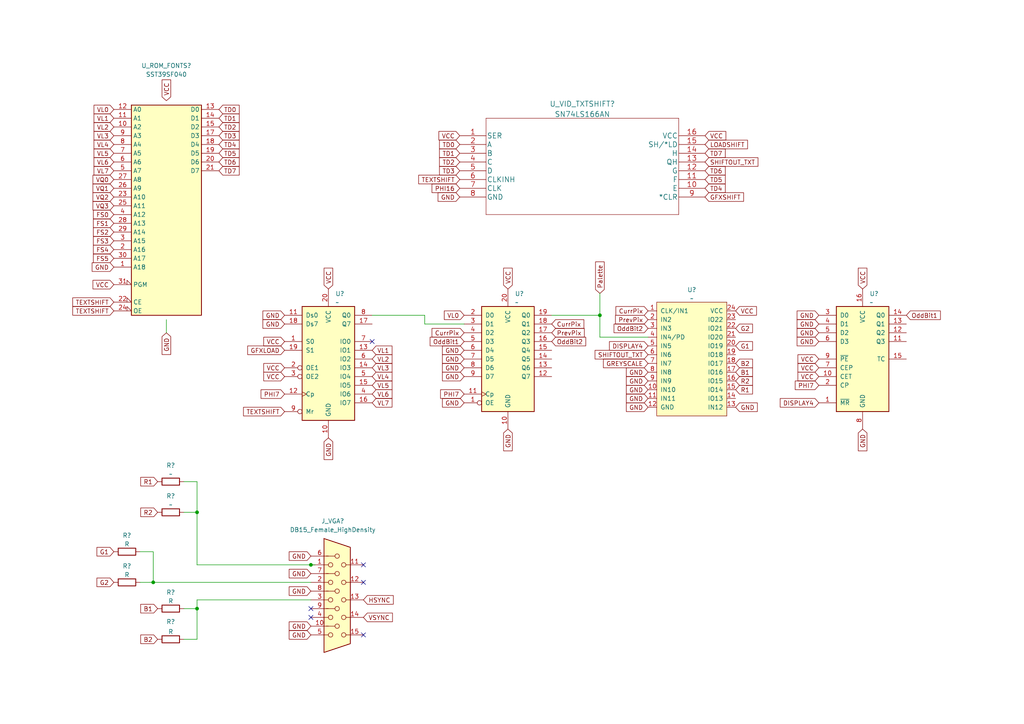
<source format=kicad_sch>
(kicad_sch (version 20211123) (generator eeschema)

  (uuid 87d8d78a-6948-48b0-9ef6-b22490c7dbd8)

  (paper "A4")

  (lib_symbols
    (symbol "6502:22V10C" (pin_names (offset 1.016)) (in_bom yes) (on_board yes)
      (property "Reference" "U" (id 0) (at 0 1.27 0)
        (effects (font (size 1.27 1.27)))
      )
      (property "Value" "22V10C" (id 1) (at 0 -1.27 0)
        (effects (font (size 1.27 1.27)))
      )
      (property "Footprint" "Package_DIP:DIP-24_W7.62mm_Socket" (id 2) (at 0 -17.78 0)
        (effects (font (size 1.27 1.27)) hide)
      )
      (property "Datasheet" "http://www.farnell.com/datasheets/1627189.pdf" (id 3) (at 0 0 0)
        (effects (font (size 1.27 1.27)) hide)
      )
      (symbol "22V10C_0_1"
        (rectangle (start -10.16 16.51) (end 10.16 -16.51)
          (stroke (width 0) (type default) (color 0 0 0 0))
          (fill (type background))
        )
      )
      (symbol "22V10C_1_1"
        (pin input line (at -12.7 13.97 0) (length 2.54)
          (name "CLK/IN1" (effects (font (size 1.27 1.27))))
          (number "1" (effects (font (size 1.27 1.27))))
        )
        (pin input line (at -12.7 -8.89 0) (length 2.54)
          (name "IN10" (effects (font (size 1.27 1.27))))
          (number "10" (effects (font (size 1.27 1.27))))
        )
        (pin input line (at -12.7 -11.43 0) (length 2.54)
          (name "IN11" (effects (font (size 1.27 1.27))))
          (number "11" (effects (font (size 1.27 1.27))))
        )
        (pin power_in line (at -12.7 -13.97 0) (length 2.54)
          (name "GND" (effects (font (size 1.27 1.27))))
          (number "12" (effects (font (size 1.27 1.27))))
        )
        (pin bidirectional line (at 12.7 -13.97 180) (length 2.54)
          (name "IN12" (effects (font (size 1.27 1.27))))
          (number "13" (effects (font (size 1.27 1.27))))
        )
        (pin bidirectional line (at 12.7 -11.43 180) (length 2.54)
          (name "IO13" (effects (font (size 1.27 1.27))))
          (number "14" (effects (font (size 1.27 1.27))))
        )
        (pin bidirectional line (at 12.7 -8.89 180) (length 2.54)
          (name "IO14" (effects (font (size 1.27 1.27))))
          (number "15" (effects (font (size 1.27 1.27))))
        )
        (pin bidirectional line (at 12.7 -6.35 180) (length 2.54)
          (name "IO15" (effects (font (size 1.27 1.27))))
          (number "16" (effects (font (size 1.27 1.27))))
        )
        (pin bidirectional line (at 12.7 -3.81 180) (length 2.54)
          (name "IO16" (effects (font (size 1.27 1.27))))
          (number "17" (effects (font (size 1.27 1.27))))
        )
        (pin bidirectional line (at 12.7 -1.27 180) (length 2.54)
          (name "IO17" (effects (font (size 1.27 1.27))))
          (number "18" (effects (font (size 1.27 1.27))))
        )
        (pin bidirectional line (at 12.7 1.27 180) (length 2.54)
          (name "IO18" (effects (font (size 1.27 1.27))))
          (number "19" (effects (font (size 1.27 1.27))))
        )
        (pin input line (at -12.7 11.43 0) (length 2.54)
          (name "IN2" (effects (font (size 1.27 1.27))))
          (number "2" (effects (font (size 1.27 1.27))))
        )
        (pin bidirectional line (at 12.7 3.81 180) (length 2.54)
          (name "IO19" (effects (font (size 1.27 1.27))))
          (number "20" (effects (font (size 1.27 1.27))))
        )
        (pin bidirectional line (at 12.7 6.35 180) (length 2.54)
          (name "IO20" (effects (font (size 1.27 1.27))))
          (number "21" (effects (font (size 1.27 1.27))))
        )
        (pin bidirectional line (at 12.7 8.89 180) (length 2.54)
          (name "IO21" (effects (font (size 1.27 1.27))))
          (number "22" (effects (font (size 1.27 1.27))))
        )
        (pin bidirectional line (at 12.7 11.43 180) (length 2.54)
          (name "IO22" (effects (font (size 1.27 1.27))))
          (number "23" (effects (font (size 1.27 1.27))))
        )
        (pin power_in line (at 12.7 13.97 180) (length 2.54)
          (name "VCC" (effects (font (size 1.27 1.27))))
          (number "24" (effects (font (size 1.27 1.27))))
        )
        (pin input line (at -12.7 8.89 0) (length 2.54)
          (name "IN3" (effects (font (size 1.27 1.27))))
          (number "3" (effects (font (size 1.27 1.27))))
        )
        (pin input line (at -12.7 6.35 0) (length 2.54)
          (name "IN4/PD" (effects (font (size 1.27 1.27))))
          (number "4" (effects (font (size 1.27 1.27))))
        )
        (pin input line (at -12.7 3.81 0) (length 2.54)
          (name "IN5" (effects (font (size 1.27 1.27))))
          (number "5" (effects (font (size 1.27 1.27))))
        )
        (pin input line (at -12.7 1.27 0) (length 2.54)
          (name "IN6" (effects (font (size 1.27 1.27))))
          (number "6" (effects (font (size 1.27 1.27))))
        )
        (pin input line (at -12.7 -1.27 0) (length 2.54)
          (name "IN7" (effects (font (size 1.27 1.27))))
          (number "7" (effects (font (size 1.27 1.27))))
        )
        (pin input line (at -12.7 -3.81 0) (length 2.54)
          (name "IN8" (effects (font (size 1.27 1.27))))
          (number "8" (effects (font (size 1.27 1.27))))
        )
        (pin input line (at -12.7 -6.35 0) (length 2.54)
          (name "IN9" (effects (font (size 1.27 1.27))))
          (number "9" (effects (font (size 1.27 1.27))))
        )
      )
    )
    (symbol "74ls166:SN74LS166AN" (pin_names (offset 0.254)) (in_bom yes) (on_board yes)
      (property "Reference" "U31" (id 0) (at 35.56 9.2276 0)
        (effects (font (size 1.524 1.524)))
      )
      (property "Value" "SN74LS166AN" (id 1) (at 35.56 6.2342 0)
        (effects (font (size 1.524 1.524)))
      )
      (property "Footprint" "N16" (id 2) (at 35.56 6.096 0)
        (effects (font (size 1.524 1.524)) hide)
      )
      (property "Datasheet" "" (id 3) (at 0 0 0)
        (effects (font (size 1.524 1.524)))
      )
      (property "ki_locked" "" (id 4) (at 0 0 0)
        (effects (font (size 1.27 1.27)))
      )
      (property "ki_fp_filters" "N16" (id 5) (at 0 0 0)
        (effects (font (size 1.27 1.27)) hide)
      )
      (symbol "SN74LS166AN_1_1"
        (polyline
          (pts
            (xy 7.62 -22.86)
            (xy 63.5 -22.86)
          )
          (stroke (width 0.127) (type default) (color 0 0 0 0))
          (fill (type none))
        )
        (polyline
          (pts
            (xy 7.62 5.08)
            (xy 7.62 -22.86)
          )
          (stroke (width 0.127) (type default) (color 0 0 0 0))
          (fill (type none))
        )
        (polyline
          (pts
            (xy 63.5 -22.86)
            (xy 63.5 5.08)
          )
          (stroke (width 0.127) (type default) (color 0 0 0 0))
          (fill (type none))
        )
        (polyline
          (pts
            (xy 63.5 5.08)
            (xy 7.62 5.08)
          )
          (stroke (width 0.127) (type default) (color 0 0 0 0))
          (fill (type none))
        )
        (pin input line (at 0 0 0) (length 7.62)
          (name "SER" (effects (font (size 1.4986 1.4986))))
          (number "1" (effects (font (size 1.4986 1.4986))))
        )
        (pin input line (at 71.12 -15.24 180) (length 7.62)
          (name "E" (effects (font (size 1.4986 1.4986))))
          (number "10" (effects (font (size 1.4986 1.4986))))
        )
        (pin input line (at 71.12 -12.7 180) (length 7.62)
          (name "F" (effects (font (size 1.4986 1.4986))))
          (number "11" (effects (font (size 1.4986 1.4986))))
        )
        (pin input line (at 71.12 -10.16 180) (length 7.62)
          (name "G" (effects (font (size 1.4986 1.4986))))
          (number "12" (effects (font (size 1.4986 1.4986))))
        )
        (pin output line (at 71.12 -7.62 180) (length 7.62)
          (name "QH" (effects (font (size 1.4986 1.4986))))
          (number "13" (effects (font (size 1.4986 1.4986))))
        )
        (pin input line (at 71.12 -5.08 180) (length 7.62)
          (name "H" (effects (font (size 1.4986 1.4986))))
          (number "14" (effects (font (size 1.4986 1.4986))))
        )
        (pin input line (at 71.12 -2.54 180) (length 7.62)
          (name "SH/*LD" (effects (font (size 1.4986 1.4986))))
          (number "15" (effects (font (size 1.4986 1.4986))))
        )
        (pin power_in line (at 71.12 0 180) (length 7.62)
          (name "VCC" (effects (font (size 1.4986 1.4986))))
          (number "16" (effects (font (size 1.4986 1.4986))))
        )
        (pin input line (at 0 -2.54 0) (length 7.62)
          (name "A" (effects (font (size 1.4986 1.4986))))
          (number "2" (effects (font (size 1.4986 1.4986))))
        )
        (pin input line (at 0 -5.08 0) (length 7.62)
          (name "B" (effects (font (size 1.4986 1.4986))))
          (number "3" (effects (font (size 1.4986 1.4986))))
        )
        (pin input line (at 0 -7.62 0) (length 7.62)
          (name "C" (effects (font (size 1.4986 1.4986))))
          (number "4" (effects (font (size 1.4986 1.4986))))
        )
        (pin input line (at 0 -10.16 0) (length 7.62)
          (name "D" (effects (font (size 1.4986 1.4986))))
          (number "5" (effects (font (size 1.4986 1.4986))))
        )
        (pin input line (at 0 -12.7 0) (length 7.62)
          (name "CLKINH" (effects (font (size 1.4986 1.4986))))
          (number "6" (effects (font (size 1.4986 1.4986))))
        )
        (pin input line (at 0 -15.24 0) (length 7.62)
          (name "CLK" (effects (font (size 1.4986 1.4986))))
          (number "7" (effects (font (size 1.4986 1.4986))))
        )
        (pin power_in line (at 0 -17.78 0) (length 7.62)
          (name "GND" (effects (font (size 1.4986 1.4986))))
          (number "8" (effects (font (size 1.4986 1.4986))))
        )
        (pin input line (at 71.12 -17.78 180) (length 7.62)
          (name "*CLR" (effects (font (size 1.4986 1.4986))))
          (number "9" (effects (font (size 1.4986 1.4986))))
        )
      )
    )
    (symbol "74xx:74LS161" (pin_names (offset 1.016)) (in_bom yes) (on_board yes)
      (property "Reference" "U" (id 0) (at -7.62 16.51 0)
        (effects (font (size 1.27 1.27)))
      )
      (property "Value" "74LS161" (id 1) (at -7.62 -16.51 0)
        (effects (font (size 1.27 1.27)))
      )
      (property "Footprint" "" (id 2) (at 0 0 0)
        (effects (font (size 1.27 1.27)) hide)
      )
      (property "Datasheet" "http://www.ti.com/lit/gpn/sn74LS161" (id 3) (at 0 0 0)
        (effects (font (size 1.27 1.27)) hide)
      )
      (property "ki_locked" "" (id 4) (at 0 0 0)
        (effects (font (size 1.27 1.27)))
      )
      (property "ki_keywords" "TTL CNT CNT4" (id 5) (at 0 0 0)
        (effects (font (size 1.27 1.27)) hide)
      )
      (property "ki_description" "Synchronous 4-bit programmable binary Counter" (id 6) (at 0 0 0)
        (effects (font (size 1.27 1.27)) hide)
      )
      (property "ki_fp_filters" "DIP?16*" (id 7) (at 0 0 0)
        (effects (font (size 1.27 1.27)) hide)
      )
      (symbol "74LS161_1_0"
        (pin input line (at -12.7 -12.7 0) (length 5.08)
          (name "~{MR}" (effects (font (size 1.27 1.27))))
          (number "1" (effects (font (size 1.27 1.27))))
        )
        (pin input line (at -12.7 -5.08 0) (length 5.08)
          (name "CET" (effects (font (size 1.27 1.27))))
          (number "10" (effects (font (size 1.27 1.27))))
        )
        (pin output line (at 12.7 5.08 180) (length 5.08)
          (name "Q3" (effects (font (size 1.27 1.27))))
          (number "11" (effects (font (size 1.27 1.27))))
        )
        (pin output line (at 12.7 7.62 180) (length 5.08)
          (name "Q2" (effects (font (size 1.27 1.27))))
          (number "12" (effects (font (size 1.27 1.27))))
        )
        (pin output line (at 12.7 10.16 180) (length 5.08)
          (name "Q1" (effects (font (size 1.27 1.27))))
          (number "13" (effects (font (size 1.27 1.27))))
        )
        (pin output line (at 12.7 12.7 180) (length 5.08)
          (name "Q0" (effects (font (size 1.27 1.27))))
          (number "14" (effects (font (size 1.27 1.27))))
        )
        (pin output line (at 12.7 0 180) (length 5.08)
          (name "TC" (effects (font (size 1.27 1.27))))
          (number "15" (effects (font (size 1.27 1.27))))
        )
        (pin power_in line (at 0 20.32 270) (length 5.08)
          (name "VCC" (effects (font (size 1.27 1.27))))
          (number "16" (effects (font (size 1.27 1.27))))
        )
        (pin input line (at -12.7 -7.62 0) (length 5.08)
          (name "CP" (effects (font (size 1.27 1.27))))
          (number "2" (effects (font (size 1.27 1.27))))
        )
        (pin input line (at -12.7 12.7 0) (length 5.08)
          (name "D0" (effects (font (size 1.27 1.27))))
          (number "3" (effects (font (size 1.27 1.27))))
        )
        (pin input line (at -12.7 10.16 0) (length 5.08)
          (name "D1" (effects (font (size 1.27 1.27))))
          (number "4" (effects (font (size 1.27 1.27))))
        )
        (pin input line (at -12.7 7.62 0) (length 5.08)
          (name "D2" (effects (font (size 1.27 1.27))))
          (number "5" (effects (font (size 1.27 1.27))))
        )
        (pin input line (at -12.7 5.08 0) (length 5.08)
          (name "D3" (effects (font (size 1.27 1.27))))
          (number "6" (effects (font (size 1.27 1.27))))
        )
        (pin input line (at -12.7 -2.54 0) (length 5.08)
          (name "CEP" (effects (font (size 1.27 1.27))))
          (number "7" (effects (font (size 1.27 1.27))))
        )
        (pin power_in line (at 0 -20.32 90) (length 5.08)
          (name "GND" (effects (font (size 1.27 1.27))))
          (number "8" (effects (font (size 1.27 1.27))))
        )
        (pin input line (at -12.7 0 0) (length 5.08)
          (name "~{PE}" (effects (font (size 1.27 1.27))))
          (number "9" (effects (font (size 1.27 1.27))))
        )
      )
      (symbol "74LS161_1_1"
        (rectangle (start -7.62 15.24) (end 7.62 -15.24)
          (stroke (width 0.254) (type default) (color 0 0 0 0))
          (fill (type background))
        )
      )
    )
    (symbol "74xx:74LS299" (pin_names (offset 1.016)) (in_bom yes) (on_board yes)
      (property "Reference" "U" (id 0) (at -7.62 16.51 0)
        (effects (font (size 1.27 1.27)))
      )
      (property "Value" "74LS299" (id 1) (at -7.62 -19.05 0)
        (effects (font (size 1.27 1.27)))
      )
      (property "Footprint" "" (id 2) (at 0 0 0)
        (effects (font (size 1.27 1.27)) hide)
      )
      (property "Datasheet" "http://www.ti.com/lit/gpn/sn74LS299" (id 3) (at 0 0 0)
        (effects (font (size 1.27 1.27)) hide)
      )
      (property "ki_locked" "" (id 4) (at 0 0 0)
        (effects (font (size 1.27 1.27)))
      )
      (property "ki_keywords" "TTL REG SR SR8" (id 5) (at 0 0 0)
        (effects (font (size 1.27 1.27)) hide)
      )
      (property "ki_description" "8-bit Universal shift/storage Register" (id 6) (at 0 0 0)
        (effects (font (size 1.27 1.27)) hide)
      )
      (property "ki_fp_filters" "DIP?20*" (id 7) (at 0 0 0)
        (effects (font (size 1.27 1.27)) hide)
      )
      (symbol "74LS299_1_0"
        (pin input line (at -12.7 5.08 0) (length 5.08)
          (name "S0" (effects (font (size 1.27 1.27))))
          (number "1" (effects (font (size 1.27 1.27))))
        )
        (pin power_in line (at 0 -22.86 90) (length 5.08)
          (name "GND" (effects (font (size 1.27 1.27))))
          (number "10" (effects (font (size 1.27 1.27))))
        )
        (pin input line (at -12.7 12.7 0) (length 5.08)
          (name "Ds0" (effects (font (size 1.27 1.27))))
          (number "11" (effects (font (size 1.27 1.27))))
        )
        (pin input clock (at -12.7 -10.16 0) (length 5.08)
          (name "Cp" (effects (font (size 1.27 1.27))))
          (number "12" (effects (font (size 1.27 1.27))))
        )
        (pin tri_state line (at 12.7 2.54 180) (length 5.08)
          (name "IO1" (effects (font (size 1.27 1.27))))
          (number "13" (effects (font (size 1.27 1.27))))
        )
        (pin tri_state line (at 12.7 -2.54 180) (length 5.08)
          (name "IO3" (effects (font (size 1.27 1.27))))
          (number "14" (effects (font (size 1.27 1.27))))
        )
        (pin tri_state line (at 12.7 -7.62 180) (length 5.08)
          (name "IO5" (effects (font (size 1.27 1.27))))
          (number "15" (effects (font (size 1.27 1.27))))
        )
        (pin tri_state line (at 12.7 -12.7 180) (length 5.08)
          (name "IO7" (effects (font (size 1.27 1.27))))
          (number "16" (effects (font (size 1.27 1.27))))
        )
        (pin output line (at 12.7 10.16 180) (length 5.08)
          (name "Q7" (effects (font (size 1.27 1.27))))
          (number "17" (effects (font (size 1.27 1.27))))
        )
        (pin input line (at -12.7 10.16 0) (length 5.08)
          (name "Ds7" (effects (font (size 1.27 1.27))))
          (number "18" (effects (font (size 1.27 1.27))))
        )
        (pin input line (at -12.7 2.54 0) (length 5.08)
          (name "S1" (effects (font (size 1.27 1.27))))
          (number "19" (effects (font (size 1.27 1.27))))
        )
        (pin input inverted (at -12.7 -2.54 0) (length 5.08)
          (name "OE1" (effects (font (size 1.27 1.27))))
          (number "2" (effects (font (size 1.27 1.27))))
        )
        (pin power_in line (at 0 20.32 270) (length 5.08)
          (name "VCC" (effects (font (size 1.27 1.27))))
          (number "20" (effects (font (size 1.27 1.27))))
        )
        (pin input inverted (at -12.7 -5.08 0) (length 5.08)
          (name "OE2" (effects (font (size 1.27 1.27))))
          (number "3" (effects (font (size 1.27 1.27))))
        )
        (pin tri_state line (at 12.7 -10.16 180) (length 5.08)
          (name "IO6" (effects (font (size 1.27 1.27))))
          (number "4" (effects (font (size 1.27 1.27))))
        )
        (pin tri_state line (at 12.7 -5.08 180) (length 5.08)
          (name "IO4" (effects (font (size 1.27 1.27))))
          (number "5" (effects (font (size 1.27 1.27))))
        )
        (pin tri_state line (at 12.7 0 180) (length 5.08)
          (name "IO2" (effects (font (size 1.27 1.27))))
          (number "6" (effects (font (size 1.27 1.27))))
        )
        (pin tri_state line (at 12.7 5.08 180) (length 5.08)
          (name "IO0" (effects (font (size 1.27 1.27))))
          (number "7" (effects (font (size 1.27 1.27))))
        )
        (pin output line (at 12.7 12.7 180) (length 5.08)
          (name "Q0" (effects (font (size 1.27 1.27))))
          (number "8" (effects (font (size 1.27 1.27))))
        )
        (pin input inverted (at -12.7 -15.24 0) (length 5.08)
          (name "Mr" (effects (font (size 1.27 1.27))))
          (number "9" (effects (font (size 1.27 1.27))))
        )
      )
      (symbol "74LS299_1_1"
        (rectangle (start -7.62 15.24) (end 7.62 -17.78)
          (stroke (width 0.254) (type default) (color 0 0 0 0))
          (fill (type background))
        )
      )
    )
    (symbol "74xx:74LS574" (pin_names (offset 1.016)) (in_bom yes) (on_board yes)
      (property "Reference" "U" (id 0) (at -7.62 16.51 0)
        (effects (font (size 1.27 1.27)))
      )
      (property "Value" "74LS574" (id 1) (at -7.62 -16.51 0)
        (effects (font (size 1.27 1.27)))
      )
      (property "Footprint" "" (id 2) (at 0 0 0)
        (effects (font (size 1.27 1.27)) hide)
      )
      (property "Datasheet" "http://www.ti.com/lit/gpn/sn74LS574" (id 3) (at 0 0 0)
        (effects (font (size 1.27 1.27)) hide)
      )
      (property "ki_locked" "" (id 4) (at 0 0 0)
        (effects (font (size 1.27 1.27)))
      )
      (property "ki_keywords" "TTL REG DFF DFF8 3State" (id 5) (at 0 0 0)
        (effects (font (size 1.27 1.27)) hide)
      )
      (property "ki_description" "8-bit Register, 3-state outputs" (id 6) (at 0 0 0)
        (effects (font (size 1.27 1.27)) hide)
      )
      (property "ki_fp_filters" "DIP?20*" (id 7) (at 0 0 0)
        (effects (font (size 1.27 1.27)) hide)
      )
      (symbol "74LS574_1_0"
        (pin input inverted (at -12.7 -12.7 0) (length 5.08)
          (name "OE" (effects (font (size 1.27 1.27))))
          (number "1" (effects (font (size 1.27 1.27))))
        )
        (pin power_in line (at 0 -20.32 90) (length 5.08)
          (name "GND" (effects (font (size 1.27 1.27))))
          (number "10" (effects (font (size 1.27 1.27))))
        )
        (pin input clock (at -12.7 -10.16 0) (length 5.08)
          (name "Cp" (effects (font (size 1.27 1.27))))
          (number "11" (effects (font (size 1.27 1.27))))
        )
        (pin tri_state line (at 12.7 -5.08 180) (length 5.08)
          (name "Q7" (effects (font (size 1.27 1.27))))
          (number "12" (effects (font (size 1.27 1.27))))
        )
        (pin tri_state line (at 12.7 -2.54 180) (length 5.08)
          (name "Q6" (effects (font (size 1.27 1.27))))
          (number "13" (effects (font (size 1.27 1.27))))
        )
        (pin tri_state line (at 12.7 0 180) (length 5.08)
          (name "Q5" (effects (font (size 1.27 1.27))))
          (number "14" (effects (font (size 1.27 1.27))))
        )
        (pin tri_state line (at 12.7 2.54 180) (length 5.08)
          (name "Q4" (effects (font (size 1.27 1.27))))
          (number "15" (effects (font (size 1.27 1.27))))
        )
        (pin tri_state line (at 12.7 5.08 180) (length 5.08)
          (name "Q3" (effects (font (size 1.27 1.27))))
          (number "16" (effects (font (size 1.27 1.27))))
        )
        (pin tri_state line (at 12.7 7.62 180) (length 5.08)
          (name "Q2" (effects (font (size 1.27 1.27))))
          (number "17" (effects (font (size 1.27 1.27))))
        )
        (pin tri_state line (at 12.7 10.16 180) (length 5.08)
          (name "Q1" (effects (font (size 1.27 1.27))))
          (number "18" (effects (font (size 1.27 1.27))))
        )
        (pin tri_state line (at 12.7 12.7 180) (length 5.08)
          (name "Q0" (effects (font (size 1.27 1.27))))
          (number "19" (effects (font (size 1.27 1.27))))
        )
        (pin input line (at -12.7 12.7 0) (length 5.08)
          (name "D0" (effects (font (size 1.27 1.27))))
          (number "2" (effects (font (size 1.27 1.27))))
        )
        (pin power_in line (at 0 20.32 270) (length 5.08)
          (name "VCC" (effects (font (size 1.27 1.27))))
          (number "20" (effects (font (size 1.27 1.27))))
        )
        (pin input line (at -12.7 10.16 0) (length 5.08)
          (name "D1" (effects (font (size 1.27 1.27))))
          (number "3" (effects (font (size 1.27 1.27))))
        )
        (pin input line (at -12.7 7.62 0) (length 5.08)
          (name "D2" (effects (font (size 1.27 1.27))))
          (number "4" (effects (font (size 1.27 1.27))))
        )
        (pin input line (at -12.7 5.08 0) (length 5.08)
          (name "D3" (effects (font (size 1.27 1.27))))
          (number "5" (effects (font (size 1.27 1.27))))
        )
        (pin input line (at -12.7 2.54 0) (length 5.08)
          (name "D4" (effects (font (size 1.27 1.27))))
          (number "6" (effects (font (size 1.27 1.27))))
        )
        (pin input line (at -12.7 0 0) (length 5.08)
          (name "D5" (effects (font (size 1.27 1.27))))
          (number "7" (effects (font (size 1.27 1.27))))
        )
        (pin input line (at -12.7 -2.54 0) (length 5.08)
          (name "D6" (effects (font (size 1.27 1.27))))
          (number "8" (effects (font (size 1.27 1.27))))
        )
        (pin input line (at -12.7 -5.08 0) (length 5.08)
          (name "D7" (effects (font (size 1.27 1.27))))
          (number "9" (effects (font (size 1.27 1.27))))
        )
      )
      (symbol "74LS574_1_1"
        (rectangle (start -7.62 15.24) (end 7.62 -15.24)
          (stroke (width 0.254) (type default) (color 0 0 0 0))
          (fill (type background))
        )
      )
    )
    (symbol "Connector:DB15_Female_HighDensity" (pin_names (offset 1.016) hide) (in_bom yes) (on_board yes)
      (property "Reference" "J" (id 0) (at 0 21.59 0)
        (effects (font (size 1.27 1.27)))
      )
      (property "Value" "DB15_Female_HighDensity" (id 1) (at 0 19.05 0)
        (effects (font (size 1.27 1.27)))
      )
      (property "Footprint" "" (id 2) (at -24.13 10.16 0)
        (effects (font (size 1.27 1.27)) hide)
      )
      (property "Datasheet" " ~" (id 3) (at -24.13 10.16 0)
        (effects (font (size 1.27 1.27)) hide)
      )
      (property "ki_keywords" "connector db15 VGA female D-SUB" (id 4) (at 0 0 0)
        (effects (font (size 1.27 1.27)) hide)
      )
      (property "ki_description" "15-pin female D-SUB connector, High density (3 columns), Triple Row, Generic, VGA-connector" (id 5) (at 0 0 0)
        (effects (font (size 1.27 1.27)) hide)
      )
      (property "ki_fp_filters" "DSUB*Female*" (id 6) (at 0 0 0)
        (effects (font (size 1.27 1.27)) hide)
      )
      (symbol "DB15_Female_HighDensity_0_1"
        (circle (center -1.905 -10.16) (radius 0.635)
          (stroke (width 0) (type default) (color 0 0 0 0))
          (fill (type none))
        )
        (circle (center -1.905 -5.08) (radius 0.635)
          (stroke (width 0) (type default) (color 0 0 0 0))
          (fill (type none))
        )
        (circle (center -1.905 0) (radius 0.635)
          (stroke (width 0) (type default) (color 0 0 0 0))
          (fill (type none))
        )
        (circle (center -1.905 5.08) (radius 0.635)
          (stroke (width 0) (type default) (color 0 0 0 0))
          (fill (type none))
        )
        (circle (center -1.905 10.16) (radius 0.635)
          (stroke (width 0) (type default) (color 0 0 0 0))
          (fill (type none))
        )
        (circle (center 0 -7.62) (radius 0.635)
          (stroke (width 0) (type default) (color 0 0 0 0))
          (fill (type none))
        )
        (circle (center 0 -2.54) (radius 0.635)
          (stroke (width 0) (type default) (color 0 0 0 0))
          (fill (type none))
        )
        (polyline
          (pts
            (xy -3.175 7.62)
            (xy -0.635 7.62)
          )
          (stroke (width 0) (type default) (color 0 0 0 0))
          (fill (type none))
        )
        (polyline
          (pts
            (xy -0.635 -7.62)
            (xy -3.175 -7.62)
          )
          (stroke (width 0) (type default) (color 0 0 0 0))
          (fill (type none))
        )
        (polyline
          (pts
            (xy -0.635 -2.54)
            (xy -3.175 -2.54)
          )
          (stroke (width 0) (type default) (color 0 0 0 0))
          (fill (type none))
        )
        (polyline
          (pts
            (xy -0.635 2.54)
            (xy -3.175 2.54)
          )
          (stroke (width 0) (type default) (color 0 0 0 0))
          (fill (type none))
        )
        (polyline
          (pts
            (xy -0.635 12.7)
            (xy -3.175 12.7)
          )
          (stroke (width 0) (type default) (color 0 0 0 0))
          (fill (type none))
        )
        (polyline
          (pts
            (xy -3.81 17.78)
            (xy -3.81 -15.24)
            (xy 3.81 -12.7)
            (xy 3.81 15.24)
            (xy -3.81 17.78)
          )
          (stroke (width 0.254) (type default) (color 0 0 0 0))
          (fill (type background))
        )
        (circle (center 0 2.54) (radius 0.635)
          (stroke (width 0) (type default) (color 0 0 0 0))
          (fill (type none))
        )
        (circle (center 0 7.62) (radius 0.635)
          (stroke (width 0) (type default) (color 0 0 0 0))
          (fill (type none))
        )
        (circle (center 0 12.7) (radius 0.635)
          (stroke (width 0) (type default) (color 0 0 0 0))
          (fill (type none))
        )
        (circle (center 1.905 -10.16) (radius 0.635)
          (stroke (width 0) (type default) (color 0 0 0 0))
          (fill (type none))
        )
        (circle (center 1.905 -5.08) (radius 0.635)
          (stroke (width 0) (type default) (color 0 0 0 0))
          (fill (type none))
        )
        (circle (center 1.905 0) (radius 0.635)
          (stroke (width 0) (type default) (color 0 0 0 0))
          (fill (type none))
        )
        (circle (center 1.905 5.08) (radius 0.635)
          (stroke (width 0) (type default) (color 0 0 0 0))
          (fill (type none))
        )
        (circle (center 1.905 10.16) (radius 0.635)
          (stroke (width 0) (type default) (color 0 0 0 0))
          (fill (type none))
        )
      )
      (symbol "DB15_Female_HighDensity_1_1"
        (pin passive line (at -7.62 10.16 0) (length 5.08)
          (name "~" (effects (font (size 1.27 1.27))))
          (number "1" (effects (font (size 1.27 1.27))))
        )
        (pin passive line (at -7.62 -7.62 0) (length 5.08)
          (name "~" (effects (font (size 1.27 1.27))))
          (number "10" (effects (font (size 1.27 1.27))))
        )
        (pin passive line (at 7.62 10.16 180) (length 5.08)
          (name "~" (effects (font (size 1.27 1.27))))
          (number "11" (effects (font (size 1.27 1.27))))
        )
        (pin passive line (at 7.62 5.08 180) (length 5.08)
          (name "~" (effects (font (size 1.27 1.27))))
          (number "12" (effects (font (size 1.27 1.27))))
        )
        (pin passive line (at 7.62 0 180) (length 5.08)
          (name "~" (effects (font (size 1.27 1.27))))
          (number "13" (effects (font (size 1.27 1.27))))
        )
        (pin passive line (at 7.62 -5.08 180) (length 5.08)
          (name "~" (effects (font (size 1.27 1.27))))
          (number "14" (effects (font (size 1.27 1.27))))
        )
        (pin passive line (at 7.62 -10.16 180) (length 5.08)
          (name "~" (effects (font (size 1.27 1.27))))
          (number "15" (effects (font (size 1.27 1.27))))
        )
        (pin passive line (at -7.62 5.08 0) (length 5.08)
          (name "~" (effects (font (size 1.27 1.27))))
          (number "2" (effects (font (size 1.27 1.27))))
        )
        (pin passive line (at -7.62 0 0) (length 5.08)
          (name "~" (effects (font (size 1.27 1.27))))
          (number "3" (effects (font (size 1.27 1.27))))
        )
        (pin passive line (at -7.62 -5.08 0) (length 5.08)
          (name "~" (effects (font (size 1.27 1.27))))
          (number "4" (effects (font (size 1.27 1.27))))
        )
        (pin passive line (at -7.62 -10.16 0) (length 5.08)
          (name "~" (effects (font (size 1.27 1.27))))
          (number "5" (effects (font (size 1.27 1.27))))
        )
        (pin passive line (at -7.62 12.7 0) (length 5.08)
          (name "~" (effects (font (size 1.27 1.27))))
          (number "6" (effects (font (size 1.27 1.27))))
        )
        (pin passive line (at -7.62 7.62 0) (length 5.08)
          (name "~" (effects (font (size 1.27 1.27))))
          (number "7" (effects (font (size 1.27 1.27))))
        )
        (pin passive line (at -7.62 2.54 0) (length 5.08)
          (name "~" (effects (font (size 1.27 1.27))))
          (number "8" (effects (font (size 1.27 1.27))))
        )
        (pin passive line (at -7.62 -2.54 0) (length 5.08)
          (name "~" (effects (font (size 1.27 1.27))))
          (number "9" (effects (font (size 1.27 1.27))))
        )
      )
    )
    (symbol "Device:R" (pin_numbers hide) (pin_names (offset 0)) (in_bom yes) (on_board yes)
      (property "Reference" "R" (id 0) (at 2.032 0 90)
        (effects (font (size 1.27 1.27)))
      )
      (property "Value" "R" (id 1) (at 0 0 90)
        (effects (font (size 1.27 1.27)))
      )
      (property "Footprint" "" (id 2) (at -1.778 0 90)
        (effects (font (size 1.27 1.27)) hide)
      )
      (property "Datasheet" "~" (id 3) (at 0 0 0)
        (effects (font (size 1.27 1.27)) hide)
      )
      (property "ki_keywords" "R res resistor" (id 4) (at 0 0 0)
        (effects (font (size 1.27 1.27)) hide)
      )
      (property "ki_description" "Resistor" (id 5) (at 0 0 0)
        (effects (font (size 1.27 1.27)) hide)
      )
      (property "ki_fp_filters" "R_*" (id 6) (at 0 0 0)
        (effects (font (size 1.27 1.27)) hide)
      )
      (symbol "R_0_1"
        (rectangle (start -1.016 -2.54) (end 1.016 2.54)
          (stroke (width 0.254) (type default) (color 0 0 0 0))
          (fill (type none))
        )
      )
      (symbol "R_1_1"
        (pin passive line (at 0 3.81 270) (length 1.27)
          (name "~" (effects (font (size 1.27 1.27))))
          (number "1" (effects (font (size 1.27 1.27))))
        )
        (pin passive line (at 0 -3.81 90) (length 1.27)
          (name "~" (effects (font (size 1.27 1.27))))
          (number "2" (effects (font (size 1.27 1.27))))
        )
      )
    )
    (symbol "Memory_Flash:SST39SF040" (in_bom yes) (on_board yes)
      (property "Reference" "U" (id 0) (at 2.54 33.02 0)
        (effects (font (size 1.27 1.27)))
      )
      (property "Value" "SST39SF040" (id 1) (at 0 -30.48 0)
        (effects (font (size 1.27 1.27)))
      )
      (property "Footprint" "" (id 2) (at 0 7.62 0)
        (effects (font (size 1.27 1.27)) hide)
      )
      (property "Datasheet" "http://ww1.microchip.com/downloads/en/DeviceDoc/25022B.pdf" (id 3) (at 0 7.62 0)
        (effects (font (size 1.27 1.27)) hide)
      )
      (property "ki_keywords" "512k flash rom" (id 4) (at 0 0 0)
        (effects (font (size 1.27 1.27)) hide)
      )
      (property "ki_description" "Silicon Storage Technology (SSF) 512k x 8 Flash ROM" (id 5) (at 0 0 0)
        (effects (font (size 1.27 1.27)) hide)
      )
      (symbol "SST39SF040_0_0"
        (pin power_in line (at 0 -30.48 90) (length 1.27) hide
          (name "GND" (effects (font (size 1.27 1.27))))
          (number "16" (effects (font (size 1.27 1.27))))
        )
        (pin power_in line (at 0 33.02 270) (length 1.27) hide
          (name "VCC" (effects (font (size 1.27 1.27))))
          (number "32" (effects (font (size 1.27 1.27))))
        )
      )
      (symbol "SST39SF040_0_1"
        (rectangle (start -10.16 31.75) (end 10.16 -29.21)
          (stroke (width 0.254) (type default) (color 0 0 0 0))
          (fill (type background))
        )
      )
      (symbol "SST39SF040_1_1"
        (pin input line (at -15.24 -15.24 0) (length 5.08)
          (name "A18" (effects (font (size 1.27 1.27))))
          (number "1" (effects (font (size 1.27 1.27))))
        )
        (pin input line (at -15.24 25.4 0) (length 5.08)
          (name "A2" (effects (font (size 1.27 1.27))))
          (number "10" (effects (font (size 1.27 1.27))))
        )
        (pin input line (at -15.24 27.94 0) (length 5.08)
          (name "A1" (effects (font (size 1.27 1.27))))
          (number "11" (effects (font (size 1.27 1.27))))
        )
        (pin input line (at -15.24 30.48 0) (length 5.08)
          (name "A0" (effects (font (size 1.27 1.27))))
          (number "12" (effects (font (size 1.27 1.27))))
        )
        (pin tri_state line (at 15.24 30.48 180) (length 5.08)
          (name "D0" (effects (font (size 1.27 1.27))))
          (number "13" (effects (font (size 1.27 1.27))))
        )
        (pin tri_state line (at 15.24 27.94 180) (length 5.08)
          (name "D1" (effects (font (size 1.27 1.27))))
          (number "14" (effects (font (size 1.27 1.27))))
        )
        (pin tri_state line (at 15.24 25.4 180) (length 5.08)
          (name "D2" (effects (font (size 1.27 1.27))))
          (number "15" (effects (font (size 1.27 1.27))))
        )
        (pin tri_state line (at 15.24 22.86 180) (length 5.08)
          (name "D3" (effects (font (size 1.27 1.27))))
          (number "17" (effects (font (size 1.27 1.27))))
        )
        (pin tri_state line (at 15.24 20.32 180) (length 5.08)
          (name "D4" (effects (font (size 1.27 1.27))))
          (number "18" (effects (font (size 1.27 1.27))))
        )
        (pin tri_state line (at 15.24 17.78 180) (length 5.08)
          (name "D5" (effects (font (size 1.27 1.27))))
          (number "19" (effects (font (size 1.27 1.27))))
        )
        (pin input line (at -15.24 -10.16 0) (length 5.08)
          (name "A16" (effects (font (size 1.27 1.27))))
          (number "2" (effects (font (size 1.27 1.27))))
        )
        (pin tri_state line (at 15.24 15.24 180) (length 5.08)
          (name "D6" (effects (font (size 1.27 1.27))))
          (number "20" (effects (font (size 1.27 1.27))))
        )
        (pin tri_state line (at 15.24 12.7 180) (length 5.08)
          (name "D7" (effects (font (size 1.27 1.27))))
          (number "21" (effects (font (size 1.27 1.27))))
        )
        (pin input input_low (at -15.24 -25.4 0) (length 5.08)
          (name "CE" (effects (font (size 1.27 1.27))))
          (number "22" (effects (font (size 1.27 1.27))))
        )
        (pin input line (at -15.24 5.08 0) (length 5.08)
          (name "A10" (effects (font (size 1.27 1.27))))
          (number "23" (effects (font (size 1.27 1.27))))
        )
        (pin input input_low (at -15.24 -27.94 0) (length 5.08)
          (name "OE" (effects (font (size 1.27 1.27))))
          (number "24" (effects (font (size 1.27 1.27))))
        )
        (pin input line (at -15.24 2.54 0) (length 5.08)
          (name "A11" (effects (font (size 1.27 1.27))))
          (number "25" (effects (font (size 1.27 1.27))))
        )
        (pin input line (at -15.24 7.62 0) (length 5.08)
          (name "A9" (effects (font (size 1.27 1.27))))
          (number "26" (effects (font (size 1.27 1.27))))
        )
        (pin input line (at -15.24 10.16 0) (length 5.08)
          (name "A8" (effects (font (size 1.27 1.27))))
          (number "27" (effects (font (size 1.27 1.27))))
        )
        (pin input line (at -15.24 -2.54 0) (length 5.08)
          (name "A13" (effects (font (size 1.27 1.27))))
          (number "28" (effects (font (size 1.27 1.27))))
        )
        (pin input line (at -15.24 -5.08 0) (length 5.08)
          (name "A14" (effects (font (size 1.27 1.27))))
          (number "29" (effects (font (size 1.27 1.27))))
        )
        (pin input line (at -15.24 -7.62 0) (length 5.08)
          (name "A15" (effects (font (size 1.27 1.27))))
          (number "3" (effects (font (size 1.27 1.27))))
        )
        (pin input line (at -15.24 -12.7 0) (length 5.08)
          (name "A17" (effects (font (size 1.27 1.27))))
          (number "30" (effects (font (size 1.27 1.27))))
        )
        (pin input input_low (at -15.24 -20.32 0) (length 5.08)
          (name "PGM" (effects (font (size 1.27 1.27))))
          (number "31" (effects (font (size 1.27 1.27))))
        )
        (pin input line (at -15.24 0 0) (length 5.08)
          (name "A12" (effects (font (size 1.27 1.27))))
          (number "4" (effects (font (size 1.27 1.27))))
        )
        (pin input line (at -15.24 12.7 0) (length 5.08)
          (name "A7" (effects (font (size 1.27 1.27))))
          (number "5" (effects (font (size 1.27 1.27))))
        )
        (pin input line (at -15.24 15.24 0) (length 5.08)
          (name "A6" (effects (font (size 1.27 1.27))))
          (number "6" (effects (font (size 1.27 1.27))))
        )
        (pin input line (at -15.24 17.78 0) (length 5.08)
          (name "A5" (effects (font (size 1.27 1.27))))
          (number "7" (effects (font (size 1.27 1.27))))
        )
        (pin input line (at -15.24 20.32 0) (length 5.08)
          (name "A4" (effects (font (size 1.27 1.27))))
          (number "8" (effects (font (size 1.27 1.27))))
        )
        (pin input line (at -15.24 22.86 0) (length 5.08)
          (name "A3" (effects (font (size 1.27 1.27))))
          (number "9" (effects (font (size 1.27 1.27))))
        )
      )
    )
  )

  (junction (at 57.15 148.59) (diameter 0) (color 0 0 0 0)
    (uuid 315c7b44-4a25-46c9-b11d-11196ccce676)
  )
  (junction (at 90.17 163.83) (diameter 0) (color 0 0 0 0)
    (uuid 31de8a6e-a19d-4493-b989-295ae8883adc)
  )
  (junction (at 173.99 91.44) (diameter 0) (color 0 0 0 0)
    (uuid a9056b15-2a29-41ea-8129-e37d638a5668)
  )
  (junction (at 57.15 176.53) (diameter 0) (color 0 0 0 0)
    (uuid d2d48245-c492-4d3f-bd28-7fe9f45c2a63)
  )
  (junction (at 44.45 168.91) (diameter 0) (color 0 0 0 0)
    (uuid e66590aa-bf2e-4d2b-96fa-b412a1bfced9)
  )

  (no_connect (at 105.41 168.91) (uuid 2d45e743-5cc0-4a35-82ea-36becba0b3b7))
  (no_connect (at 105.41 163.83) (uuid 36994604-cfb6-4992-b136-23cdd6bcd364))
  (no_connect (at 90.17 176.53) (uuid 8d0a9fed-cc2d-49de-9ad3-ee19307485e0))
  (no_connect (at 107.95 99.06) (uuid a0317e1f-d49d-4609-a161-0e8950c2ea4f))
  (no_connect (at 90.17 179.07) (uuid ad6d4ae2-2432-4457-8b19-44c1f485df6c))
  (no_connect (at 105.41 184.15) (uuid b0eaef0e-83cf-4160-979c-806dec688e73))

  (wire (pts (xy 57.15 163.83) (xy 90.17 163.83))
    (stroke (width 0) (type default) (color 0 0 0 0))
    (uuid 09005b6c-892d-4cf0-8503-333dc5adc250)
  )
  (wire (pts (xy 123.19 93.98) (xy 134.62 93.98))
    (stroke (width 0) (type default) (color 0 0 0 0))
    (uuid 099521c2-861b-4b27-8df7-b2e5f83d4b35)
  )
  (wire (pts (xy 57.15 176.53) (xy 57.15 185.42))
    (stroke (width 0) (type default) (color 0 0 0 0))
    (uuid 1375dd44-533b-4a62-8cfb-6d8e76b2f462)
  )
  (wire (pts (xy 40.64 160.02) (xy 44.45 160.02))
    (stroke (width 0) (type default) (color 0 0 0 0))
    (uuid 19ee5e8e-cd42-4556-868e-7549fdcc11c1)
  )
  (wire (pts (xy 40.64 168.91) (xy 44.45 168.91))
    (stroke (width 0) (type default) (color 0 0 0 0))
    (uuid 20d7254a-459a-4b21-90d7-d76a6b714fb3)
  )
  (wire (pts (xy 160.02 91.44) (xy 173.99 91.44))
    (stroke (width 0) (type default) (color 0 0 0 0))
    (uuid 5d30ad5e-d530-41a3-872d-7f3f713cbbf0)
  )
  (wire (pts (xy 187.96 97.79) (xy 173.99 97.79))
    (stroke (width 0) (type default) (color 0 0 0 0))
    (uuid 5dc7f1a0-e076-4988-8910-30c453be841a)
  )
  (wire (pts (xy 90.17 168.91) (xy 44.45 168.91))
    (stroke (width 0) (type default) (color 0 0 0 0))
    (uuid 62c22f72-7f6e-4ff1-88d0-a68f41efc187)
  )
  (wire (pts (xy 48.26 92.71) (xy 48.26 96.52))
    (stroke (width 0) (type default) (color 0 0 0 0))
    (uuid 6768efcc-585e-49d9-98b5-d5236ad5e6f3)
  )
  (wire (pts (xy 57.15 173.99) (xy 57.15 176.53))
    (stroke (width 0) (type default) (color 0 0 0 0))
    (uuid 6ef2df6b-2778-4b5d-8b9a-629e0ef0bd4e)
  )
  (wire (pts (xy 53.34 176.53) (xy 57.15 176.53))
    (stroke (width 0) (type default) (color 0 0 0 0))
    (uuid 722d3b47-18f3-4af9-a2b2-1138a411e324)
  )
  (wire (pts (xy 57.15 139.7) (xy 57.15 148.59))
    (stroke (width 0) (type default) (color 0 0 0 0))
    (uuid 79916058-4d51-47f3-bf14-6a1d2f4a8476)
  )
  (wire (pts (xy 173.99 91.44) (xy 173.99 97.79))
    (stroke (width 0) (type default) (color 0 0 0 0))
    (uuid 802929bc-0c9d-40e8-8d30-37ab6894b700)
  )
  (wire (pts (xy 57.15 173.99) (xy 90.17 173.99))
    (stroke (width 0) (type default) (color 0 0 0 0))
    (uuid 8c4cc343-4551-4e6e-bae0-0ff99013e070)
  )
  (wire (pts (xy 44.45 160.02) (xy 44.45 168.91))
    (stroke (width 0) (type default) (color 0 0 0 0))
    (uuid 98b71180-2c70-42c1-be27-e15550725027)
  )
  (wire (pts (xy 90.17 163.83) (xy 91.44 163.83))
    (stroke (width 0) (type default) (color 0 0 0 0))
    (uuid 9a350d5b-b00f-4088-8a31-e845babf5a9a)
  )
  (wire (pts (xy 173.99 85.09) (xy 173.99 91.44))
    (stroke (width 0) (type default) (color 0 0 0 0))
    (uuid 9afba96f-c81e-4f6d-9842-0faed21cf843)
  )
  (wire (pts (xy 57.15 163.83) (xy 57.15 148.59))
    (stroke (width 0) (type default) (color 0 0 0 0))
    (uuid a0769161-ada5-4bf9-b8d3-c3d04ed2e7e9)
  )
  (wire (pts (xy 53.34 185.42) (xy 57.15 185.42))
    (stroke (width 0) (type default) (color 0 0 0 0))
    (uuid b17501b4-1493-4427-b927-338a7fcc546a)
  )
  (wire (pts (xy 57.15 148.59) (xy 53.34 148.59))
    (stroke (width 0) (type default) (color 0 0 0 0))
    (uuid c9e105cb-0dc1-4db0-b6c2-f61e6feaf64b)
  )
  (wire (pts (xy 107.95 91.44) (xy 123.19 91.44))
    (stroke (width 0) (type default) (color 0 0 0 0))
    (uuid cb3f3db9-13cf-4b79-be7b-4bc405e41f9d)
  )
  (wire (pts (xy 123.19 91.44) (xy 123.19 93.98))
    (stroke (width 0) (type default) (color 0 0 0 0))
    (uuid f6c8080f-3f11-4f9f-a6a8-2c09a5fdb228)
  )
  (wire (pts (xy 53.34 139.7) (xy 57.15 139.7))
    (stroke (width 0) (type default) (color 0 0 0 0))
    (uuid fcb7c079-41cb-4369-b094-143c8eba99ef)
  )

  (global_label "SHIFTOUT_TXT" (shape input) (at 187.96 102.87 180) (fields_autoplaced)
    (effects (font (size 1.27 1.27)) (justify right))
    (uuid 0148ef16-2207-4dfd-a096-1516a1468cea)
    (property "Intersheet References" "${INTERSHEET_REFS}" (id 0) (at 172.605 102.9494 0)
      (effects (font (size 1.27 1.27)) (justify right) hide)
    )
  )
  (global_label "GND" (shape input) (at 187.96 107.95 180) (fields_autoplaced)
    (effects (font (size 1.27 1.27)) (justify right))
    (uuid 01529a99-e6d6-468a-930e-58fc5d6eb5ef)
    (property "Intersheet References" "${INTERSHEET_REFS}" (id 0) (at 181.6764 107.8706 0)
      (effects (font (size 1.27 1.27)) (justify right) hide)
    )
  )
  (global_label "VL0" (shape input) (at 134.62 91.44 180) (fields_autoplaced)
    (effects (font (size 1.27 1.27)) (justify right))
    (uuid 03c576c8-f15d-4ad9-b90e-d139e0cef2be)
    (property "Intersheet References" "${INTERSHEET_REFS}" (id 0) (at 128.8807 91.5194 0)
      (effects (font (size 1.27 1.27)) (justify right) hide)
    )
  )
  (global_label "FS4" (shape input) (at 33.02 72.39 180) (fields_autoplaced)
    (effects (font (size 1.27 1.27)) (justify right))
    (uuid 05083a69-d419-41c4-80f7-e1a878ccd9c1)
    (property "Intersheet References" "${INTERSHEET_REFS}" (id 0) (at 27.0993 72.3106 0)
      (effects (font (size 1.27 1.27)) (justify right) hide)
    )
  )
  (global_label "PHI16" (shape input) (at 133.35 54.61 180) (fields_autoplaced)
    (effects (font (size 1.27 1.27)) (justify right))
    (uuid 0762fb19-bdef-44f4-8c44-c8597f14b684)
    (property "Intersheet References" "${INTERSHEET_REFS}" (id 0) (at 125.3126 54.5306 0)
      (effects (font (size 1.27 1.27)) (justify right) hide)
    )
  )
  (global_label "G1" (shape input) (at 213.36 100.33 0) (fields_autoplaced)
    (effects (font (size 1.27 1.27)) (justify left))
    (uuid 091e8e1c-f157-4d92-8d45-c1e422b5748e)
    (property "Intersheet References" "${INTERSHEET_REFS}" (id 0) (at 218.2526 100.2506 0)
      (effects (font (size 1.27 1.27)) (justify left) hide)
    )
  )
  (global_label "R2" (shape input) (at 213.36 110.49 0) (fields_autoplaced)
    (effects (font (size 1.27 1.27)) (justify left))
    (uuid 0a226d1b-c0c6-4dbc-af36-d6bddc601772)
    (property "Intersheet References" "${INTERSHEET_REFS}" (id 0) (at 218.2526 110.4106 0)
      (effects (font (size 1.27 1.27)) (justify left) hide)
    )
  )
  (global_label "PrevPix" (shape input) (at 160.02 96.52 0) (fields_autoplaced)
    (effects (font (size 1.27 1.27)) (justify left))
    (uuid 0ad97f7a-bd3c-4311-b4f7-713939473b11)
    (property "Intersheet References" "${INTERSHEET_REFS}" (id 0) (at 169.4483 96.4406 0)
      (effects (font (size 1.27 1.27)) (justify left) hide)
    )
  )
  (global_label "VL2" (shape input) (at 33.02 36.83 180) (fields_autoplaced)
    (effects (font (size 1.27 1.27)) (justify right))
    (uuid 135d3e2c-da1a-4834-b50a-95e2436bbd8d)
    (property "Intersheet References" "${INTERSHEET_REFS}" (id 0) (at 27.2807 36.9094 0)
      (effects (font (size 1.27 1.27)) (justify right) hide)
    )
  )
  (global_label "GND" (shape input) (at 134.62 106.68 180) (fields_autoplaced)
    (effects (font (size 1.27 1.27)) (justify right))
    (uuid 17f83577-61d7-4882-851c-3af48d3e0b23)
    (property "Intersheet References" "${INTERSHEET_REFS}" (id 0) (at 128.3364 106.6006 0)
      (effects (font (size 1.27 1.27)) (justify right) hide)
    )
  )
  (global_label "G1" (shape input) (at 33.02 160.02 180) (fields_autoplaced)
    (effects (font (size 1.27 1.27)) (justify right))
    (uuid 1a92c823-1803-46e5-8028-4e767f742d63)
    (property "Intersheet References" "${INTERSHEET_REFS}" (id 0) (at 28.1274 160.0994 0)
      (effects (font (size 1.27 1.27)) (justify right) hide)
    )
  )
  (global_label "B1" (shape input) (at 213.36 107.95 0) (fields_autoplaced)
    (effects (font (size 1.27 1.27)) (justify left))
    (uuid 1bd9a38b-e1df-434a-b6d1-04d27186d229)
    (property "Intersheet References" "${INTERSHEET_REFS}" (id 0) (at 218.2526 107.8706 0)
      (effects (font (size 1.27 1.27)) (justify left) hide)
    )
  )
  (global_label "VCC" (shape input) (at 147.32 83.82 90) (fields_autoplaced)
    (effects (font (size 1.27 1.27)) (justify left))
    (uuid 1e342876-7721-4c40-ba22-ca1354130058)
    (property "Intersheet References" "${INTERSHEET_REFS}" (id 0) (at 147.2406 77.7783 90)
      (effects (font (size 1.27 1.27)) (justify left) hide)
    )
  )
  (global_label "TD2" (shape input) (at 133.35 46.99 180) (fields_autoplaced)
    (effects (font (size 1.27 1.27)) (justify right))
    (uuid 1ea8834c-a534-4e47-8721-cc8768a3fd9c)
    (property "Intersheet References" "${INTERSHEET_REFS}" (id 0) (at 127.4898 47.0694 0)
      (effects (font (size 1.27 1.27)) (justify right) hide)
    )
  )
  (global_label "GND" (shape input) (at 250.19 124.46 270) (fields_autoplaced)
    (effects (font (size 1.27 1.27)) (justify right))
    (uuid 20cf1435-08cf-4fe0-978a-6dd195f181f8)
    (property "Intersheet References" "${INTERSHEET_REFS}" (id 0) (at 250.1106 130.7436 90)
      (effects (font (size 1.27 1.27)) (justify right) hide)
    )
  )
  (global_label "SHIFTOUT_TXT" (shape input) (at 204.47 46.99 0) (fields_autoplaced)
    (effects (font (size 1.27 1.27)) (justify left))
    (uuid 22886c54-c06e-4367-a144-5eb92c06adc4)
    (property "Intersheet References" "${INTERSHEET_REFS}" (id 0) (at 219.825 46.9106 0)
      (effects (font (size 1.27 1.27)) (justify left) hide)
    )
  )
  (global_label "GND" (shape input) (at 237.49 99.06 180) (fields_autoplaced)
    (effects (font (size 1.27 1.27)) (justify right))
    (uuid 24374fe8-496a-4a9e-b870-d967a0b46385)
    (property "Intersheet References" "${INTERSHEET_REFS}" (id 0) (at 231.2064 98.9806 0)
      (effects (font (size 1.27 1.27)) (justify right) hide)
    )
  )
  (global_label "VL7" (shape input) (at 107.95 116.84 0) (fields_autoplaced)
    (effects (font (size 1.27 1.27)) (justify left))
    (uuid 26c42d7f-8525-4e8a-aef5-c08420b7bff4)
    (property "Intersheet References" "${INTERSHEET_REFS}" (id 0) (at 113.6893 116.9194 0)
      (effects (font (size 1.27 1.27)) (justify left) hide)
    )
  )
  (global_label "VQ2" (shape input) (at 33.02 57.15 180) (fields_autoplaced)
    (effects (font (size 1.27 1.27)) (justify right))
    (uuid 28729872-cf37-4f56-b166-2b9ed446b4ca)
    (property "Intersheet References" "${INTERSHEET_REFS}" (id 0) (at 26.9783 57.0706 0)
      (effects (font (size 1.27 1.27)) (justify right) hide)
    )
  )
  (global_label "OddBit1" (shape input) (at 262.89 91.44 0) (fields_autoplaced)
    (effects (font (size 1.27 1.27)) (justify left))
    (uuid 294204d6-2b8d-4498-8b9b-1451574eec63)
    (property "Intersheet References" "${INTERSHEET_REFS}" (id 0) (at 272.7417 91.3606 0)
      (effects (font (size 1.27 1.27)) (justify left) hide)
    )
  )
  (global_label "TD7" (shape input) (at 63.5 49.53 0) (fields_autoplaced)
    (effects (font (size 1.27 1.27)) (justify left))
    (uuid 32af4e8f-60ae-4793-a3ed-a0b585e2477c)
    (property "Intersheet References" "${INTERSHEET_REFS}" (id 0) (at 69.3602 49.4506 0)
      (effects (font (size 1.27 1.27)) (justify left) hide)
    )
  )
  (global_label "CurrPix" (shape input) (at 160.02 93.98 0) (fields_autoplaced)
    (effects (font (size 1.27 1.27)) (justify left))
    (uuid 32bb9d6f-f192-4e30-90ae-b896e0c182ac)
    (property "Intersheet References" "${INTERSHEET_REFS}" (id 0) (at 169.3274 93.9006 0)
      (effects (font (size 1.27 1.27)) (justify left) hide)
    )
  )
  (global_label "VSYNC" (shape input) (at 105.41 179.07 0) (fields_autoplaced)
    (effects (font (size 1.27 1.27)) (justify left))
    (uuid 3367355a-1fc1-4665-9a87-d21c918fb8ea)
    (property "Intersheet References" "${INTERSHEET_REFS}" (id 0) (at 113.8102 178.9906 0)
      (effects (font (size 1.27 1.27)) (justify left) hide)
    )
  )
  (global_label "OddBit2" (shape input) (at 187.96 95.25 180) (fields_autoplaced)
    (effects (font (size 1.27 1.27)) (justify right))
    (uuid 37bb7a30-9a9e-4a8f-9374-dbb872f5520f)
    (property "Intersheet References" "${INTERSHEET_REFS}" (id 0) (at 178.1083 95.1706 0)
      (effects (font (size 1.27 1.27)) (justify right) hide)
    )
  )
  (global_label "GND" (shape input) (at 82.55 93.98 180) (fields_autoplaced)
    (effects (font (size 1.27 1.27)) (justify right))
    (uuid 39b9f590-002c-4876-a2d0-71e2aa3390a9)
    (property "Intersheet References" "${INTERSHEET_REFS}" (id 0) (at 76.2664 93.9006 0)
      (effects (font (size 1.27 1.27)) (justify right) hide)
    )
  )
  (global_label "VL1" (shape input) (at 33.02 34.29 180) (fields_autoplaced)
    (effects (font (size 1.27 1.27)) (justify right))
    (uuid 3c556935-9e5a-4395-8ea1-0a56a876be7e)
    (property "Intersheet References" "${INTERSHEET_REFS}" (id 0) (at 27.2807 34.3694 0)
      (effects (font (size 1.27 1.27)) (justify right) hide)
    )
  )
  (global_label "TD3" (shape input) (at 63.5 39.37 0) (fields_autoplaced)
    (effects (font (size 1.27 1.27)) (justify left))
    (uuid 3f1d745a-4c8c-4270-a6db-d1967d57f8cb)
    (property "Intersheet References" "${INTERSHEET_REFS}" (id 0) (at 69.3602 39.2906 0)
      (effects (font (size 1.27 1.27)) (justify left) hide)
    )
  )
  (global_label "GND" (shape input) (at 90.17 181.61 180) (fields_autoplaced)
    (effects (font (size 1.27 1.27)) (justify right))
    (uuid 3f777e76-8be8-450f-9304-77209324e7ef)
    (property "Intersheet References" "${INTERSHEET_REFS}" (id 0) (at 83.8864 181.5306 0)
      (effects (font (size 1.27 1.27)) (justify right) hide)
    )
  )
  (global_label "GND" (shape input) (at 187.96 110.49 180) (fields_autoplaced)
    (effects (font (size 1.27 1.27)) (justify right))
    (uuid 4040e454-27b5-4784-b1e8-536e1b43f152)
    (property "Intersheet References" "${INTERSHEET_REFS}" (id 0) (at 181.6764 110.4106 0)
      (effects (font (size 1.27 1.27)) (justify right) hide)
    )
  )
  (global_label "DISPLAY4" (shape input) (at 187.96 100.33 180) (fields_autoplaced)
    (effects (font (size 1.27 1.27)) (justify right))
    (uuid 40901675-c508-4361-8301-49b2115781b8)
    (property "Intersheet References" "${INTERSHEET_REFS}" (id 0) (at 176.7779 100.2506 0)
      (effects (font (size 1.27 1.27)) (justify right) hide)
    )
  )
  (global_label "VCC" (shape input) (at 82.55 106.68 180) (fields_autoplaced)
    (effects (font (size 1.27 1.27)) (justify right))
    (uuid 412e4936-fbf3-4aad-ae74-fc2dd0f4d9be)
    (property "Intersheet References" "${INTERSHEET_REFS}" (id 0) (at 76.5083 106.7594 0)
      (effects (font (size 1.27 1.27)) (justify right) hide)
    )
  )
  (global_label "GND" (shape input) (at 134.62 116.84 180) (fields_autoplaced)
    (effects (font (size 1.27 1.27)) (justify right))
    (uuid 4f338c34-d834-462b-b577-44128a89614f)
    (property "Intersheet References" "${INTERSHEET_REFS}" (id 0) (at 128.3364 116.7606 0)
      (effects (font (size 1.27 1.27)) (justify right) hide)
    )
  )
  (global_label "Palette" (shape input) (at 173.99 85.09 90) (fields_autoplaced)
    (effects (font (size 1.27 1.27)) (justify left))
    (uuid 4fd85598-20c5-43ca-a2d8-9ccffa9746a9)
    (property "Intersheet References" "${INTERSHEET_REFS}" (id 0) (at 173.9106 75.964 90)
      (effects (font (size 1.27 1.27)) (justify left) hide)
    )
  )
  (global_label "B2" (shape input) (at 213.36 105.41 0) (fields_autoplaced)
    (effects (font (size 1.27 1.27)) (justify left))
    (uuid 51d881a5-c68e-4c1a-94f3-a0645c197d06)
    (property "Intersheet References" "${INTERSHEET_REFS}" (id 0) (at 218.2526 105.3306 0)
      (effects (font (size 1.27 1.27)) (justify left) hide)
    )
  )
  (global_label "GREYSCALE" (shape input) (at 187.96 105.41 180) (fields_autoplaced)
    (effects (font (size 1.27 1.27)) (justify right))
    (uuid 54a3f7bd-8838-44a0-932f-9a4c99be2a61)
    (property "Intersheet References" "${INTERSHEET_REFS}" (id 0) (at 175.024 105.3306 0)
      (effects (font (size 1.27 1.27)) (justify right) hide)
    )
  )
  (global_label "R1" (shape input) (at 213.36 113.03 0) (fields_autoplaced)
    (effects (font (size 1.27 1.27)) (justify left))
    (uuid 556387d0-0530-4ddd-8f01-44f11c3d13fd)
    (property "Intersheet References" "${INTERSHEET_REFS}" (id 0) (at 218.2526 112.9506 0)
      (effects (font (size 1.27 1.27)) (justify left) hide)
    )
  )
  (global_label "VQ3" (shape input) (at 33.02 59.69 180) (fields_autoplaced)
    (effects (font (size 1.27 1.27)) (justify right))
    (uuid 56acfda5-bd7b-490f-95b1-4193c6734e00)
    (property "Intersheet References" "${INTERSHEET_REFS}" (id 0) (at 26.9783 59.6106 0)
      (effects (font (size 1.27 1.27)) (justify right) hide)
    )
  )
  (global_label "G2" (shape input) (at 213.36 95.25 0) (fields_autoplaced)
    (effects (font (size 1.27 1.27)) (justify left))
    (uuid 5c6241fa-bcb9-449a-aac3-71820cef574a)
    (property "Intersheet References" "${INTERSHEET_REFS}" (id 0) (at 218.2526 95.1706 0)
      (effects (font (size 1.27 1.27)) (justify left) hide)
    )
  )
  (global_label "FS3" (shape input) (at 33.02 69.85 180) (fields_autoplaced)
    (effects (font (size 1.27 1.27)) (justify right))
    (uuid 5e74627c-7073-4595-a2fb-6def702ac128)
    (property "Intersheet References" "${INTERSHEET_REFS}" (id 0) (at 27.0993 69.7706 0)
      (effects (font (size 1.27 1.27)) (justify right) hide)
    )
  )
  (global_label "TD6" (shape input) (at 63.5 46.99 0) (fields_autoplaced)
    (effects (font (size 1.27 1.27)) (justify left))
    (uuid 60703378-b08d-4070-90ff-856443ca563e)
    (property "Intersheet References" "${INTERSHEET_REFS}" (id 0) (at 69.3602 46.9106 0)
      (effects (font (size 1.27 1.27)) (justify left) hide)
    )
  )
  (global_label "VCC" (shape input) (at 95.25 83.82 90) (fields_autoplaced)
    (effects (font (size 1.27 1.27)) (justify left))
    (uuid 616095f8-ea46-49bf-aa09-eda1b25ce728)
    (property "Intersheet References" "${INTERSHEET_REFS}" (id 0) (at 95.1706 77.7783 90)
      (effects (font (size 1.27 1.27)) (justify left) hide)
    )
  )
  (global_label "VL6" (shape input) (at 33.02 46.99 180) (fields_autoplaced)
    (effects (font (size 1.27 1.27)) (justify right))
    (uuid 619d288f-0a6c-4168-bb71-6862242d2276)
    (property "Intersheet References" "${INTERSHEET_REFS}" (id 0) (at 27.2807 47.0694 0)
      (effects (font (size 1.27 1.27)) (justify right) hide)
    )
  )
  (global_label "TD6" (shape input) (at 204.47 49.53 0) (fields_autoplaced)
    (effects (font (size 1.27 1.27)) (justify left))
    (uuid 625befa8-e808-4a22-9891-fe1275ef2f7e)
    (property "Intersheet References" "${INTERSHEET_REFS}" (id 0) (at 210.3302 49.4506 0)
      (effects (font (size 1.27 1.27)) (justify left) hide)
    )
  )
  (global_label "TD1" (shape input) (at 63.5 34.29 0) (fields_autoplaced)
    (effects (font (size 1.27 1.27)) (justify left))
    (uuid 63799057-9e9f-4fd2-90db-712191426f00)
    (property "Intersheet References" "${INTERSHEET_REFS}" (id 0) (at 69.3602 34.2106 0)
      (effects (font (size 1.27 1.27)) (justify left) hide)
    )
  )
  (global_label "GND" (shape input) (at 33.02 77.47 180) (fields_autoplaced)
    (effects (font (size 1.27 1.27)) (justify right))
    (uuid 646c9e55-5935-409d-b96e-9c45e2ef2d95)
    (property "Intersheet References" "${INTERSHEET_REFS}" (id 0) (at 186.69 -149.86 0)
      (effects (font (size 1.27 1.27)) hide)
    )
  )
  (global_label "VL6" (shape input) (at 107.95 114.3 0) (fields_autoplaced)
    (effects (font (size 1.27 1.27)) (justify left))
    (uuid 6a50e9d9-ac97-4b61-8dae-e24f05e7271d)
    (property "Intersheet References" "${INTERSHEET_REFS}" (id 0) (at 113.6893 114.3794 0)
      (effects (font (size 1.27 1.27)) (justify left) hide)
    )
  )
  (global_label "VCC" (shape input) (at 82.55 109.22 180) (fields_autoplaced)
    (effects (font (size 1.27 1.27)) (justify right))
    (uuid 6cf44485-4217-4591-a980-04a0d95c31e1)
    (property "Intersheet References" "${INTERSHEET_REFS}" (id 0) (at 76.5083 109.2994 0)
      (effects (font (size 1.27 1.27)) (justify right) hide)
    )
  )
  (global_label "FS1" (shape input) (at 33.02 64.77 180) (fields_autoplaced)
    (effects (font (size 1.27 1.27)) (justify right))
    (uuid 713af041-21f9-429e-963e-a104381ac5e6)
    (property "Intersheet References" "${INTERSHEET_REFS}" (id 0) (at 27.0993 64.6906 0)
      (effects (font (size 1.27 1.27)) (justify right) hide)
    )
  )
  (global_label "LOADSHIFT" (shape input) (at 204.47 41.91 0) (fields_autoplaced)
    (effects (font (size 1.27 1.27)) (justify left))
    (uuid 71d0866c-705c-4d0d-80e9-200a0fd2e5ca)
    (property "Intersheet References" "${INTERSHEET_REFS}" (id 0) (at 216.8012 41.9894 0)
      (effects (font (size 1.27 1.27)) (justify left) hide)
    )
  )
  (global_label "TD0" (shape input) (at 133.35 41.91 180) (fields_autoplaced)
    (effects (font (size 1.27 1.27)) (justify right))
    (uuid 73cc43bc-bd3b-4408-a8cc-e50dd1ddd244)
    (property "Intersheet References" "${INTERSHEET_REFS}" (id 0) (at 127.4898 41.9894 0)
      (effects (font (size 1.27 1.27)) (justify right) hide)
    )
  )
  (global_label "VL3" (shape input) (at 33.02 39.37 180) (fields_autoplaced)
    (effects (font (size 1.27 1.27)) (justify right))
    (uuid 74c93515-af30-47ae-9036-f6cf5e1e1ce5)
    (property "Intersheet References" "${INTERSHEET_REFS}" (id 0) (at 27.2807 39.4494 0)
      (effects (font (size 1.27 1.27)) (justify right) hide)
    )
  )
  (global_label "VQ1" (shape input) (at 33.02 54.61 180) (fields_autoplaced)
    (effects (font (size 1.27 1.27)) (justify right))
    (uuid 7fb75892-3923-493f-9d9f-bbfb742c11fd)
    (property "Intersheet References" "${INTERSHEET_REFS}" (id 0) (at 26.9783 54.5306 0)
      (effects (font (size 1.27 1.27)) (justify right) hide)
    )
  )
  (global_label "G2" (shape input) (at 33.02 168.91 180) (fields_autoplaced)
    (effects (font (size 1.27 1.27)) (justify right))
    (uuid 81b2a661-2605-4058-b425-45a94398e6fb)
    (property "Intersheet References" "${INTERSHEET_REFS}" (id 0) (at 28.1274 168.9894 0)
      (effects (font (size 1.27 1.27)) (justify right) hide)
    )
  )
  (global_label "TEXTSHIFT" (shape input) (at 82.55 119.38 180) (fields_autoplaced)
    (effects (font (size 1.27 1.27)) (justify right))
    (uuid 8243e5de-c3fa-4956-9795-d44d9c2b1aee)
    (property "Intersheet References" "${INTERSHEET_REFS}" (id 0) (at 70.6421 119.3006 0)
      (effects (font (size 1.27 1.27)) (justify right) hide)
    )
  )
  (global_label "VL1" (shape input) (at 107.95 101.6 0) (fields_autoplaced)
    (effects (font (size 1.27 1.27)) (justify left))
    (uuid 8491806f-7371-4480-ad05-60ccb1dd5ff3)
    (property "Intersheet References" "${INTERSHEET_REFS}" (id 0) (at 113.6893 101.6794 0)
      (effects (font (size 1.27 1.27)) (justify left) hide)
    )
  )
  (global_label "R2" (shape input) (at 45.72 148.59 180) (fields_autoplaced)
    (effects (font (size 1.27 1.27)) (justify right))
    (uuid 89fd072d-e33a-43eb-a45e-1528d54b8e79)
    (property "Intersheet References" "${INTERSHEET_REFS}" (id 0) (at 40.8274 148.6694 0)
      (effects (font (size 1.27 1.27)) (justify right) hide)
    )
  )
  (global_label "FS0" (shape input) (at 33.02 62.23 180) (fields_autoplaced)
    (effects (font (size 1.27 1.27)) (justify right))
    (uuid 8be60c6f-cf9b-44fb-9cc5-6eadf9799ef9)
    (property "Intersheet References" "${INTERSHEET_REFS}" (id 0) (at 27.0993 62.1506 0)
      (effects (font (size 1.27 1.27)) (justify right) hide)
    )
  )
  (global_label "PHI7" (shape input) (at 237.49 111.76 180) (fields_autoplaced)
    (effects (font (size 1.27 1.27)) (justify right))
    (uuid 8e51d2d1-f17a-437c-9579-c231e9ae9d16)
    (property "Intersheet References" "${INTERSHEET_REFS}" (id 0) (at 230.6621 111.6806 0)
      (effects (font (size 1.27 1.27)) (justify right) hide)
    )
  )
  (global_label "GND" (shape input) (at 213.36 118.11 0) (fields_autoplaced)
    (effects (font (size 1.27 1.27)) (justify left))
    (uuid 8f6fc940-e7f1-47bb-aadc-31069c25c27e)
    (property "Intersheet References" "${INTERSHEET_REFS}" (id 0) (at 219.6436 118.1894 0)
      (effects (font (size 1.27 1.27)) (justify left) hide)
    )
  )
  (global_label "OddBit1" (shape input) (at 134.62 99.06 180) (fields_autoplaced)
    (effects (font (size 1.27 1.27)) (justify right))
    (uuid 91b9e727-00b2-480f-84f4-c04c35cb6e2c)
    (property "Intersheet References" "${INTERSHEET_REFS}" (id 0) (at 124.7683 98.9806 0)
      (effects (font (size 1.27 1.27)) (justify right) hide)
    )
  )
  (global_label "TEXTSHIFT" (shape input) (at 33.02 90.17 180) (fields_autoplaced)
    (effects (font (size 1.27 1.27)) (justify right))
    (uuid 939d7fe4-6ced-4741-b4a6-26952c9b321e)
    (property "Intersheet References" "${INTERSHEET_REFS}" (id 0) (at 21.1121 90.0906 0)
      (effects (font (size 1.27 1.27)) (justify right) hide)
    )
  )
  (global_label "TD4" (shape input) (at 204.47 54.61 0) (fields_autoplaced)
    (effects (font (size 1.27 1.27)) (justify left))
    (uuid 949d870a-2c10-400f-83f4-61e257da9db9)
    (property "Intersheet References" "${INTERSHEET_REFS}" (id 0) (at 210.3302 54.5306 0)
      (effects (font (size 1.27 1.27)) (justify left) hide)
    )
  )
  (global_label "VCC" (shape input) (at 133.35 39.37 180) (fields_autoplaced)
    (effects (font (size 1.27 1.27)) (justify right))
    (uuid 94e5dd9b-9563-4eb1-969a-854f061cc44e)
    (property "Intersheet References" "${INTERSHEET_REFS}" (id 0) (at 127.3083 39.4494 0)
      (effects (font (size 1.27 1.27)) (justify right) hide)
    )
  )
  (global_label "VCC" (shape input) (at 82.55 99.06 180) (fields_autoplaced)
    (effects (font (size 1.27 1.27)) (justify right))
    (uuid 970588bd-a08a-49ae-a493-a416df0e7605)
    (property "Intersheet References" "${INTERSHEET_REFS}" (id 0) (at 76.5083 99.1394 0)
      (effects (font (size 1.27 1.27)) (justify right) hide)
    )
  )
  (global_label "VCC" (shape input) (at 204.47 39.37 0) (fields_autoplaced)
    (effects (font (size 1.27 1.27)) (justify left))
    (uuid 98dd4872-59d5-4ead-985f-14e8475d7e9f)
    (property "Intersheet References" "${INTERSHEET_REFS}" (id 0) (at 210.5117 39.2906 0)
      (effects (font (size 1.27 1.27)) (justify left) hide)
    )
  )
  (global_label "VCC" (shape input) (at 48.26 29.21 90) (fields_autoplaced)
    (effects (font (size 1.27 1.27)) (justify left))
    (uuid 98f0a66f-4195-486d-93a1-14fbd77835c2)
    (property "Intersheet References" "${INTERSHEET_REFS}" (id 0) (at 48.1806 23.1683 90)
      (effects (font (size 1.27 1.27)) (justify left) hide)
    )
  )
  (global_label "GND" (shape input) (at 187.96 113.03 180) (fields_autoplaced)
    (effects (font (size 1.27 1.27)) (justify right))
    (uuid 9919085c-69bd-4867-b02b-66f90b9bdef4)
    (property "Intersheet References" "${INTERSHEET_REFS}" (id 0) (at 181.6764 112.9506 0)
      (effects (font (size 1.27 1.27)) (justify right) hide)
    )
  )
  (global_label "VCC" (shape input) (at 213.36 90.17 0) (fields_autoplaced)
    (effects (font (size 1.27 1.27)) (justify left))
    (uuid 9a9be5ef-d073-4b5c-a3bc-018e354401d1)
    (property "Intersheet References" "${INTERSHEET_REFS}" (id 0) (at 219.4017 90.0906 0)
      (effects (font (size 1.27 1.27)) (justify left) hide)
    )
  )
  (global_label "GND" (shape input) (at 82.55 91.44 180) (fields_autoplaced)
    (effects (font (size 1.27 1.27)) (justify right))
    (uuid 9aad96d1-4711-4dd3-ae63-810ecc9edf60)
    (property "Intersheet References" "${INTERSHEET_REFS}" (id 0) (at 76.2664 91.3606 0)
      (effects (font (size 1.27 1.27)) (justify right) hide)
    )
  )
  (global_label "VCC" (shape input) (at 237.49 109.22 180) (fields_autoplaced)
    (effects (font (size 1.27 1.27)) (justify right))
    (uuid 9c108dce-c643-4d03-a8d7-0e951b591fbc)
    (property "Intersheet References" "${INTERSHEET_REFS}" (id 0) (at 231.4483 109.2994 0)
      (effects (font (size 1.27 1.27)) (justify right) hide)
    )
  )
  (global_label "OddBit2" (shape input) (at 160.02 99.06 0) (fields_autoplaced)
    (effects (font (size 1.27 1.27)) (justify left))
    (uuid 9f4cceb8-8c48-4a62-a2c8-4c623f7101f5)
    (property "Intersheet References" "${INTERSHEET_REFS}" (id 0) (at 169.8717 98.9806 0)
      (effects (font (size 1.27 1.27)) (justify left) hide)
    )
  )
  (global_label "GND" (shape input) (at 133.35 57.15 180) (fields_autoplaced)
    (effects (font (size 1.27 1.27)) (justify right))
    (uuid a1fa19bb-5245-4ada-8ee6-cd78c2f38ebe)
    (property "Intersheet References" "${INTERSHEET_REFS}" (id 0) (at 127.0664 57.0706 0)
      (effects (font (size 1.27 1.27)) (justify right) hide)
    )
  )
  (global_label "VCC" (shape input) (at 237.49 104.14 180) (fields_autoplaced)
    (effects (font (size 1.27 1.27)) (justify right))
    (uuid a34147ac-7087-4efa-a644-6598dca4e9c0)
    (property "Intersheet References" "${INTERSHEET_REFS}" (id 0) (at 231.4483 104.2194 0)
      (effects (font (size 1.27 1.27)) (justify right) hide)
    )
  )
  (global_label "GND" (shape input) (at 237.49 91.44 180) (fields_autoplaced)
    (effects (font (size 1.27 1.27)) (justify right))
    (uuid a3500883-420f-4e2e-b9fa-9b5801274a57)
    (property "Intersheet References" "${INTERSHEET_REFS}" (id 0) (at 231.2064 91.3606 0)
      (effects (font (size 1.27 1.27)) (justify right) hide)
    )
  )
  (global_label "TD5" (shape input) (at 63.5 44.45 0) (fields_autoplaced)
    (effects (font (size 1.27 1.27)) (justify left))
    (uuid a454c0d4-6a97-4343-9ae9-7e556394f089)
    (property "Intersheet References" "${INTERSHEET_REFS}" (id 0) (at 69.3602 44.3706 0)
      (effects (font (size 1.27 1.27)) (justify left) hide)
    )
  )
  (global_label "VL5" (shape input) (at 107.95 111.76 0) (fields_autoplaced)
    (effects (font (size 1.27 1.27)) (justify left))
    (uuid a60ad4eb-9d43-40cb-9f41-a1d4a7e669f9)
    (property "Intersheet References" "${INTERSHEET_REFS}" (id 0) (at 113.6893 111.8394 0)
      (effects (font (size 1.27 1.27)) (justify left) hide)
    )
  )
  (global_label "GFXLOAD" (shape input) (at 82.55 101.6 180) (fields_autoplaced)
    (effects (font (size 1.27 1.27)) (justify right))
    (uuid a6ed6de3-8bd3-4bf6-bf71-c1aac0ee934a)
    (property "Intersheet References" "${INTERSHEET_REFS}" (id 0) (at 71.8517 101.5206 0)
      (effects (font (size 1.27 1.27)) (justify right) hide)
    )
  )
  (global_label "TD4" (shape input) (at 63.5 41.91 0) (fields_autoplaced)
    (effects (font (size 1.27 1.27)) (justify left))
    (uuid a8aa122a-fbd6-4f11-a931-8e7715936ba0)
    (property "Intersheet References" "${INTERSHEET_REFS}" (id 0) (at 69.3602 41.8306 0)
      (effects (font (size 1.27 1.27)) (justify left) hide)
    )
  )
  (global_label "GND" (shape input) (at 237.49 96.52 180) (fields_autoplaced)
    (effects (font (size 1.27 1.27)) (justify right))
    (uuid a8d7638e-20f6-424d-bb8e-440494f5545c)
    (property "Intersheet References" "${INTERSHEET_REFS}" (id 0) (at 231.2064 96.4406 0)
      (effects (font (size 1.27 1.27)) (justify right) hide)
    )
  )
  (global_label "GND" (shape input) (at 48.26 96.52 270) (fields_autoplaced)
    (effects (font (size 1.27 1.27)) (justify right))
    (uuid ac4a41a4-7e76-4662-9050-e01d42387e50)
    (property "Intersheet References" "${INTERSHEET_REFS}" (id 0) (at -179.07 -57.15 0)
      (effects (font (size 1.27 1.27)) hide)
    )
  )
  (global_label "GND" (shape input) (at 134.62 101.6 180) (fields_autoplaced)
    (effects (font (size 1.27 1.27)) (justify right))
    (uuid ac500359-3b83-4c22-ad69-68dcc4803158)
    (property "Intersheet References" "${INTERSHEET_REFS}" (id 0) (at 128.3364 101.5206 0)
      (effects (font (size 1.27 1.27)) (justify right) hide)
    )
  )
  (global_label "TEXTSHIFT" (shape input) (at 33.02 87.63 180) (fields_autoplaced)
    (effects (font (size 1.27 1.27)) (justify right))
    (uuid ac962e73-34ff-447c-add3-2fe0fb6986bd)
    (property "Intersheet References" "${INTERSHEET_REFS}" (id 0) (at 21.1121 87.5506 0)
      (effects (font (size 1.27 1.27)) (justify right) hide)
    )
  )
  (global_label "VL4" (shape input) (at 107.95 109.22 0) (fields_autoplaced)
    (effects (font (size 1.27 1.27)) (justify left))
    (uuid af2dc7a5-8a56-46fd-a0ca-f228208032fb)
    (property "Intersheet References" "${INTERSHEET_REFS}" (id 0) (at 113.6893 109.2994 0)
      (effects (font (size 1.27 1.27)) (justify left) hide)
    )
  )
  (global_label "VL0" (shape input) (at 33.02 31.75 180) (fields_autoplaced)
    (effects (font (size 1.27 1.27)) (justify right))
    (uuid af64a3ec-cd42-4c89-90ba-2c63ce00652d)
    (property "Intersheet References" "${INTERSHEET_REFS}" (id 0) (at 27.2807 31.8294 0)
      (effects (font (size 1.27 1.27)) (justify right) hide)
    )
  )
  (global_label "CurrPix" (shape input) (at 134.62 96.52 180) (fields_autoplaced)
    (effects (font (size 1.27 1.27)) (justify right))
    (uuid b1099f33-da0d-470c-811c-61d48f7946c1)
    (property "Intersheet References" "${INTERSHEET_REFS}" (id 0) (at 125.3126 96.5994 0)
      (effects (font (size 1.27 1.27)) (justify right) hide)
    )
  )
  (global_label "VCC" (shape input) (at 237.49 106.68 180) (fields_autoplaced)
    (effects (font (size 1.27 1.27)) (justify right))
    (uuid b3f7bcb5-5842-41e7-b47c-40cc5a22b240)
    (property "Intersheet References" "${INTERSHEET_REFS}" (id 0) (at 231.4483 106.7594 0)
      (effects (font (size 1.27 1.27)) (justify right) hide)
    )
  )
  (global_label "VL5" (shape input) (at 33.02 44.45 180) (fields_autoplaced)
    (effects (font (size 1.27 1.27)) (justify right))
    (uuid b7268739-6172-4abf-8735-ba686a897858)
    (property "Intersheet References" "${INTERSHEET_REFS}" (id 0) (at 27.2807 44.5294 0)
      (effects (font (size 1.27 1.27)) (justify right) hide)
    )
  )
  (global_label "B2" (shape input) (at 45.72 185.42 180) (fields_autoplaced)
    (effects (font (size 1.27 1.27)) (justify right))
    (uuid b7843ccf-cc34-40a7-8f23-db69cebe611f)
    (property "Intersheet References" "${INTERSHEET_REFS}" (id 0) (at 40.8274 185.4994 0)
      (effects (font (size 1.27 1.27)) (justify right) hide)
    )
  )
  (global_label "B1" (shape input) (at 45.72 176.53 180) (fields_autoplaced)
    (effects (font (size 1.27 1.27)) (justify right))
    (uuid b819dc93-a1b9-45f2-bf1a-b134f470a683)
    (property "Intersheet References" "${INTERSHEET_REFS}" (id 0) (at 40.8274 176.6094 0)
      (effects (font (size 1.27 1.27)) (justify right) hide)
    )
  )
  (global_label "TD5" (shape input) (at 204.47 52.07 0) (fields_autoplaced)
    (effects (font (size 1.27 1.27)) (justify left))
    (uuid b9c4e36d-c0d9-4cd9-81cc-ec72e11851c1)
    (property "Intersheet References" "${INTERSHEET_REFS}" (id 0) (at 210.3302 51.9906 0)
      (effects (font (size 1.27 1.27)) (justify left) hide)
    )
  )
  (global_label "FS2" (shape input) (at 33.02 67.31 180) (fields_autoplaced)
    (effects (font (size 1.27 1.27)) (justify right))
    (uuid bbc3654f-1b01-4eca-8cc1-4be98b423bfa)
    (property "Intersheet References" "${INTERSHEET_REFS}" (id 0) (at 27.0993 67.2306 0)
      (effects (font (size 1.27 1.27)) (justify right) hide)
    )
  )
  (global_label "TD2" (shape input) (at 63.5 36.83 0) (fields_autoplaced)
    (effects (font (size 1.27 1.27)) (justify left))
    (uuid bd60202e-4fe1-4709-8746-1c08024593ba)
    (property "Intersheet References" "${INTERSHEET_REFS}" (id 0) (at 69.3602 36.7506 0)
      (effects (font (size 1.27 1.27)) (justify left) hide)
    )
  )
  (global_label "GFXSHIFT" (shape input) (at 204.47 57.15 0) (fields_autoplaced)
    (effects (font (size 1.27 1.27)) (justify left))
    (uuid c009fa41-d58f-4cbf-a83e-0ad5c28e813a)
    (property "Intersheet References" "${INTERSHEET_REFS}" (id 0) (at 215.6521 57.0706 0)
      (effects (font (size 1.27 1.27)) (justify left) hide)
    )
  )
  (global_label "VL3" (shape input) (at 107.95 106.68 0) (fields_autoplaced)
    (effects (font (size 1.27 1.27)) (justify left))
    (uuid c0bb7251-7cd5-4edd-b92b-fab281c7ee46)
    (property "Intersheet References" "${INTERSHEET_REFS}" (id 0) (at 113.6893 106.7594 0)
      (effects (font (size 1.27 1.27)) (justify left) hide)
    )
  )
  (global_label "FS5" (shape input) (at 33.02 74.93 180) (fields_autoplaced)
    (effects (font (size 1.27 1.27)) (justify right))
    (uuid c2f03b1b-fb76-40c1-8106-159b4a5670a6)
    (property "Intersheet References" "${INTERSHEET_REFS}" (id 0) (at 27.0993 74.8506 0)
      (effects (font (size 1.27 1.27)) (justify right) hide)
    )
  )
  (global_label "GND" (shape input) (at 134.62 104.14 180) (fields_autoplaced)
    (effects (font (size 1.27 1.27)) (justify right))
    (uuid c4d74c3c-ab7e-4ed1-9914-877d1d435a02)
    (property "Intersheet References" "${INTERSHEET_REFS}" (id 0) (at 128.3364 104.0606 0)
      (effects (font (size 1.27 1.27)) (justify right) hide)
    )
  )
  (global_label "GND" (shape input) (at 187.96 115.57 180) (fields_autoplaced)
    (effects (font (size 1.27 1.27)) (justify right))
    (uuid c7254b97-e721-4c70-80a9-e206f127d23f)
    (property "Intersheet References" "${INTERSHEET_REFS}" (id 0) (at 181.6764 115.4906 0)
      (effects (font (size 1.27 1.27)) (justify right) hide)
    )
  )
  (global_label "PHI7" (shape input) (at 82.55 114.3 180) (fields_autoplaced)
    (effects (font (size 1.27 1.27)) (justify right))
    (uuid cc974849-6902-4fdc-bec2-5554f3b83f0c)
    (property "Intersheet References" "${INTERSHEET_REFS}" (id 0) (at 75.7221 114.2206 0)
      (effects (font (size 1.27 1.27)) (justify right) hide)
    )
  )
  (global_label "CurrPix" (shape input) (at 187.96 90.17 180) (fields_autoplaced)
    (effects (font (size 1.27 1.27)) (justify right))
    (uuid cd973479-2e45-4cb5-a07c-81e2eb97417a)
    (property "Intersheet References" "${INTERSHEET_REFS}" (id 0) (at 178.6526 90.2494 0)
      (effects (font (size 1.27 1.27)) (justify right) hide)
    )
  )
  (global_label "GND" (shape input) (at 90.17 171.45 180) (fields_autoplaced)
    (effects (font (size 1.27 1.27)) (justify right))
    (uuid d181fbb9-2606-4639-8b15-020cd31d8b9a)
    (property "Intersheet References" "${INTERSHEET_REFS}" (id 0) (at 83.8864 171.3706 0)
      (effects (font (size 1.27 1.27)) (justify right) hide)
    )
  )
  (global_label "TD7" (shape input) (at 204.47 44.45 0) (fields_autoplaced)
    (effects (font (size 1.27 1.27)) (justify left))
    (uuid d2b05832-2ced-4c69-ad59-abbf1665310f)
    (property "Intersheet References" "${INTERSHEET_REFS}" (id 0) (at 210.3302 44.3706 0)
      (effects (font (size 1.27 1.27)) (justify left) hide)
    )
  )
  (global_label "GND" (shape input) (at 90.17 161.29 180) (fields_autoplaced)
    (effects (font (size 1.27 1.27)) (justify right))
    (uuid d3dca63d-82cd-49a0-8534-abfb1283b36b)
    (property "Intersheet References" "${INTERSHEET_REFS}" (id 0) (at 83.8864 161.2106 0)
      (effects (font (size 1.27 1.27)) (justify right) hide)
    )
  )
  (global_label "GND" (shape input) (at 147.32 124.46 270) (fields_autoplaced)
    (effects (font (size 1.27 1.27)) (justify right))
    (uuid d45e05cf-61ca-4e98-b7f7-66019d5359ea)
    (property "Intersheet References" "${INTERSHEET_REFS}" (id 0) (at 147.2406 130.7436 90)
      (effects (font (size 1.27 1.27)) (justify right) hide)
    )
  )
  (global_label "GND" (shape input) (at 90.17 166.37 180) (fields_autoplaced)
    (effects (font (size 1.27 1.27)) (justify right))
    (uuid d536e47e-26ff-4145-9eea-c02fa62bef84)
    (property "Intersheet References" "${INTERSHEET_REFS}" (id 0) (at 83.8864 166.2906 0)
      (effects (font (size 1.27 1.27)) (justify right) hide)
    )
  )
  (global_label "VCC" (shape input) (at 33.02 82.55 180) (fields_autoplaced)
    (effects (font (size 1.27 1.27)) (justify right))
    (uuid d71ecfc0-dff3-481f-9d7a-da82ae4acc68)
    (property "Intersheet References" "${INTERSHEET_REFS}" (id 0) (at 26.9783 82.4706 0)
      (effects (font (size 1.27 1.27)) (justify right) hide)
    )
  )
  (global_label "GND" (shape input) (at 95.25 127 270) (fields_autoplaced)
    (effects (font (size 1.27 1.27)) (justify right))
    (uuid d7376754-d48a-40a5-8e7e-d676425d2215)
    (property "Intersheet References" "${INTERSHEET_REFS}" (id 0) (at 95.1706 133.2836 90)
      (effects (font (size 1.27 1.27)) (justify right) hide)
    )
  )
  (global_label "TEXTSHIFT" (shape input) (at 133.35 52.07 180) (fields_autoplaced)
    (effects (font (size 1.27 1.27)) (justify right))
    (uuid d7545d07-dce4-45b7-b275-4c51ed60c66f)
    (property "Intersheet References" "${INTERSHEET_REFS}" (id 0) (at 121.4421 51.9906 0)
      (effects (font (size 1.27 1.27)) (justify right) hide)
    )
  )
  (global_label "GND" (shape input) (at 237.49 93.98 180) (fields_autoplaced)
    (effects (font (size 1.27 1.27)) (justify right))
    (uuid d8033a93-613f-4867-8b2d-d77417ced128)
    (property "Intersheet References" "${INTERSHEET_REFS}" (id 0) (at 231.2064 93.9006 0)
      (effects (font (size 1.27 1.27)) (justify right) hide)
    )
  )
  (global_label "PrevPix" (shape input) (at 187.96 92.71 180) (fields_autoplaced)
    (effects (font (size 1.27 1.27)) (justify right))
    (uuid dc691e21-bdd3-4cfe-83bb-d8c09b750403)
    (property "Intersheet References" "${INTERSHEET_REFS}" (id 0) (at 178.5317 92.7894 0)
      (effects (font (size 1.27 1.27)) (justify right) hide)
    )
  )
  (global_label "TD3" (shape input) (at 133.35 49.53 180) (fields_autoplaced)
    (effects (font (size 1.27 1.27)) (justify right))
    (uuid e30e0b7f-0efd-4151-842a-092097d4dd68)
    (property "Intersheet References" "${INTERSHEET_REFS}" (id 0) (at 127.4898 49.6094 0)
      (effects (font (size 1.27 1.27)) (justify right) hide)
    )
  )
  (global_label "R1" (shape input) (at 45.72 139.7 180) (fields_autoplaced)
    (effects (font (size 1.27 1.27)) (justify right))
    (uuid e3776302-b1db-4c3e-948b-a10f84c2ca64)
    (property "Intersheet References" "${INTERSHEET_REFS}" (id 0) (at 40.8274 139.7794 0)
      (effects (font (size 1.27 1.27)) (justify right) hide)
    )
  )
  (global_label "VL7" (shape input) (at 33.02 49.53 180) (fields_autoplaced)
    (effects (font (size 1.27 1.27)) (justify right))
    (uuid e8f1b972-10ef-4834-8816-19a5d45320fc)
    (property "Intersheet References" "${INTERSHEET_REFS}" (id 0) (at 27.2807 49.6094 0)
      (effects (font (size 1.27 1.27)) (justify right) hide)
    )
  )
  (global_label "VL2" (shape input) (at 107.95 104.14 0) (fields_autoplaced)
    (effects (font (size 1.27 1.27)) (justify left))
    (uuid e9f0a20d-ac0e-4d00-9c9d-d1b69366a96b)
    (property "Intersheet References" "${INTERSHEET_REFS}" (id 0) (at 113.6893 104.2194 0)
      (effects (font (size 1.27 1.27)) (justify left) hide)
    )
  )
  (global_label "TD0" (shape input) (at 63.5 31.75 0) (fields_autoplaced)
    (effects (font (size 1.27 1.27)) (justify left))
    (uuid eb840917-1f6b-4b88-b5fd-7e012e4cdc98)
    (property "Intersheet References" "${INTERSHEET_REFS}" (id 0) (at 69.3602 31.6706 0)
      (effects (font (size 1.27 1.27)) (justify left) hide)
    )
  )
  (global_label "GND" (shape input) (at 134.62 109.22 180) (fields_autoplaced)
    (effects (font (size 1.27 1.27)) (justify right))
    (uuid ec55fd99-3365-4a79-9f90-aff97aae31a2)
    (property "Intersheet References" "${INTERSHEET_REFS}" (id 0) (at 128.3364 109.1406 0)
      (effects (font (size 1.27 1.27)) (justify right) hide)
    )
  )
  (global_label "VCC" (shape input) (at 250.19 83.82 90) (fields_autoplaced)
    (effects (font (size 1.27 1.27)) (justify left))
    (uuid ee0c626d-7131-4897-8172-6c10757c53b6)
    (property "Intersheet References" "${INTERSHEET_REFS}" (id 0) (at 250.1106 77.7783 90)
      (effects (font (size 1.27 1.27)) (justify left) hide)
    )
  )
  (global_label "GND" (shape input) (at 90.17 184.15 180) (fields_autoplaced)
    (effects (font (size 1.27 1.27)) (justify right))
    (uuid ef069cc9-0a0e-4613-940a-3a443b326203)
    (property "Intersheet References" "${INTERSHEET_REFS}" (id 0) (at 83.8864 184.0706 0)
      (effects (font (size 1.27 1.27)) (justify right) hide)
    )
  )
  (global_label "VQ0" (shape input) (at 33.02 52.07 180) (fields_autoplaced)
    (effects (font (size 1.27 1.27)) (justify right))
    (uuid ef38b9db-22cf-4faa-9a0f-84e10a1ed2d0)
    (property "Intersheet References" "${INTERSHEET_REFS}" (id 0) (at 26.9783 51.9906 0)
      (effects (font (size 1.27 1.27)) (justify right) hide)
    )
  )
  (global_label "DISPLAY4" (shape input) (at 237.49 116.84 180) (fields_autoplaced)
    (effects (font (size 1.27 1.27)) (justify right))
    (uuid ef826280-48dd-4868-86a7-e6cac2fb285e)
    (property "Intersheet References" "${INTERSHEET_REFS}" (id 0) (at 226.3079 116.7606 0)
      (effects (font (size 1.27 1.27)) (justify right) hide)
    )
  )
  (global_label "HSYNC" (shape input) (at 105.41 173.99 0) (fields_autoplaced)
    (effects (font (size 1.27 1.27)) (justify left))
    (uuid ef96fb96-a532-428f-b643-1c059ccdf9aa)
    (property "Intersheet References" "${INTERSHEET_REFS}" (id 0) (at 114.0521 173.9106 0)
      (effects (font (size 1.27 1.27)) (justify left) hide)
    )
  )
  (global_label "VL4" (shape input) (at 33.02 41.91 180) (fields_autoplaced)
    (effects (font (size 1.27 1.27)) (justify right))
    (uuid f3b3cd9c-4278-456d-bcb7-669928946d9f)
    (property "Intersheet References" "${INTERSHEET_REFS}" (id 0) (at 27.2807 41.9894 0)
      (effects (font (size 1.27 1.27)) (justify right) hide)
    )
  )
  (global_label "TD1" (shape input) (at 133.35 44.45 180) (fields_autoplaced)
    (effects (font (size 1.27 1.27)) (justify right))
    (uuid f5bbef4a-e6d3-49a7-b971-d32fa1084dcc)
    (property "Intersheet References" "${INTERSHEET_REFS}" (id 0) (at 127.4898 44.5294 0)
      (effects (font (size 1.27 1.27)) (justify right) hide)
    )
  )
  (global_label "PHI7" (shape input) (at 134.62 114.3 180) (fields_autoplaced)
    (effects (font (size 1.27 1.27)) (justify right))
    (uuid fa9e4bdc-948f-49b6-9e23-dce50b992e99)
    (property "Intersheet References" "${INTERSHEET_REFS}" (id 0) (at 127.7921 114.2206 0)
      (effects (font (size 1.27 1.27)) (justify right) hide)
    )
  )
  (global_label "GND" (shape input) (at 187.96 118.11 180) (fields_autoplaced)
    (effects (font (size 1.27 1.27)) (justify right))
    (uuid ff332103-bc23-40f8-b749-937ce1b72973)
    (property "Intersheet References" "${INTERSHEET_REFS}" (id 0) (at 181.6764 118.0306 0)
      (effects (font (size 1.27 1.27)) (justify right) hide)
    )
  )

  (symbol (lib_id "74ls166:SN74LS166AN") (at 133.35 39.37 0) (unit 1)
    (in_bom yes) (on_board yes) (fields_autoplaced)
    (uuid 0cdcc341-2756-43fb-8101-254dc631a531)
    (property "Reference" "U_VID_TXTSHIFT?" (id 0) (at 168.91 30.1424 0)
      (effects (font (size 1.524 1.524)))
    )
    (property "Value" "SN74LS166AN" (id 1) (at 168.91 33.1358 0)
      (effects (font (size 1.524 1.524)))
    )
    (property "Footprint" "Package_DIP:DIP-16_W7.62mm_Socket" (id 2) (at 168.91 33.274 0)
      (effects (font (size 1.524 1.524)) hide)
    )
    (property "Datasheet" "" (id 3) (at 133.35 39.37 0)
      (effects (font (size 1.524 1.524)))
    )
    (pin "1" (uuid e6dc2688-917d-4d33-b3f5-6c593e66f949))
    (pin "10" (uuid a5aa82e1-77e0-4545-9753-df4d4cda51e6))
    (pin "11" (uuid f2b9dec5-1a60-4d4d-9f08-d0ee18b046ed))
    (pin "12" (uuid e2637cb3-064c-4369-a303-a08aef34f4e9))
    (pin "13" (uuid 9223b7dd-44be-446e-a924-fa0816989efe))
    (pin "14" (uuid 79de1bf0-17b7-452f-8794-8949db0c5e5b))
    (pin "15" (uuid 114c90b7-cd5a-4f1a-a5d7-ab16d0317b90))
    (pin "16" (uuid ebc944d7-dd42-4ecb-a47d-b1f2c86cc336))
    (pin "2" (uuid 79292b96-2f05-44d8-a323-786de480a15e))
    (pin "3" (uuid 9ddf54ea-b3e9-4bcd-b217-ccb3d9cde337))
    (pin "4" (uuid b87e7e35-831f-4bc9-98b8-f1c854d9e079))
    (pin "5" (uuid cafde18e-2bec-4baa-9977-d95633a566f6))
    (pin "6" (uuid 54dd5578-576e-4d05-b9e6-bb5b293ba78c))
    (pin "7" (uuid 799ada12-713c-4214-9cad-4f5f14858e5c))
    (pin "8" (uuid 00fef767-46e9-4f87-a63a-bf69ca3f89d4))
    (pin "9" (uuid 412223bb-7bd5-4496-b3e0-450aea504ed6))
  )

  (symbol (lib_id "Device:R") (at 49.53 176.53 90) (unit 1)
    (in_bom yes) (on_board yes) (fields_autoplaced)
    (uuid 20feb976-4aa2-47e2-96c9-29d53c94d6c0)
    (property "Reference" "R?" (id 0) (at 49.53 171.8142 90))
    (property "Value" "R" (id 1) (at 49.53 174.3511 90))
    (property "Footprint" "" (id 2) (at 49.53 178.308 90)
      (effects (font (size 1.27 1.27)) hide)
    )
    (property "Datasheet" "~" (id 3) (at 49.53 176.53 0)
      (effects (font (size 1.27 1.27)) hide)
    )
    (pin "1" (uuid cc8ce82f-c3bd-4bd5-9ab4-87a712d25ade))
    (pin "2" (uuid dd184cf2-f8c5-48ac-b667-34733fc0375c))
  )

  (symbol (lib_id "6502:22V10C") (at 200.66 104.14 0) (unit 1)
    (in_bom yes) (on_board yes) (fields_autoplaced)
    (uuid 304a51e6-6ee4-4bb4-82ac-3e5c6380fe8f)
    (property "Reference" "U?" (id 0) (at 200.66 84.0572 0))
    (property "Value" "~" (id 1) (at 200.66 86.5941 0))
    (property "Footprint" "" (id 2) (at 200.66 121.92 0)
      (effects (font (size 1.27 1.27)) hide)
    )
    (property "Datasheet" "http://www.farnell.com/datasheets/1627189.pdf" (id 3) (at 200.66 104.14 0)
      (effects (font (size 1.27 1.27)) hide)
    )
    (pin "1" (uuid c15f5a39-cd9f-4b36-80b8-00c00fcd66ac))
    (pin "10" (uuid 5bfc2065-3911-4877-a3b5-06f6bce34168))
    (pin "11" (uuid 82ce199a-2847-40b8-a23a-f9347963ecf7))
    (pin "12" (uuid 3ad57df4-e180-4e7f-acec-55c0ffc2fe46))
    (pin "13" (uuid 70d99a41-6c6f-44bf-be54-a0679eaf5e0e))
    (pin "14" (uuid d9449f70-e80f-493b-a031-60068c9a2f70))
    (pin "15" (uuid 7284c516-f8b6-4feb-bb50-fcee5ef319bd))
    (pin "16" (uuid e09d462d-5da3-4372-b95e-2924cbc57425))
    (pin "17" (uuid bf1313ff-63b7-4b20-a0f2-134472b2e13f))
    (pin "18" (uuid 580ef02b-82bd-4e2c-9aaf-c99a525aa252))
    (pin "19" (uuid 4349f707-07e7-4eed-bf92-3b4e4e2649b0))
    (pin "2" (uuid ad5082ef-6212-42b1-a8cf-69d3be086a54))
    (pin "20" (uuid f141ce8b-6da3-4578-b170-0d2f77a48a35))
    (pin "21" (uuid 4dbdb89d-d715-40ee-956c-20903d36b4a2))
    (pin "22" (uuid 4a40c994-8bd3-44e8-a34e-1b0fa94e5e33))
    (pin "23" (uuid b7fc4078-e7a0-4c9f-b290-c681dca0bbfd))
    (pin "24" (uuid 86bc5529-155f-4d55-9d58-caf509d69e0f))
    (pin "3" (uuid 2de3693e-a2d9-44ee-9ed0-67208c4a472c))
    (pin "4" (uuid 16d55d30-8b28-4060-baf7-ed1989ad54db))
    (pin "5" (uuid a673d1f2-4f98-4475-bc38-0de71ac4450c))
    (pin "6" (uuid 4a46f150-bb1d-4079-b0da-291bc3524902))
    (pin "7" (uuid 8c6e79af-de98-4c18-afe0-4c59ee3f94f0))
    (pin "8" (uuid 0011f34e-08e1-4539-90fc-40da22f87b25))
    (pin "9" (uuid 3e0a1025-d3c7-4558-b5d1-4f0eb44957db))
  )

  (symbol (lib_id "Device:R") (at 49.53 139.7 90) (unit 1)
    (in_bom yes) (on_board yes) (fields_autoplaced)
    (uuid 672422ba-3167-42af-812c-430b961dd76f)
    (property "Reference" "R?" (id 0) (at 49.53 134.9842 90))
    (property "Value" "~" (id 1) (at 49.53 137.5211 90))
    (property "Footprint" "" (id 2) (at 49.53 141.478 90)
      (effects (font (size 1.27 1.27)) hide)
    )
    (property "Datasheet" "~" (id 3) (at 49.53 139.7 0)
      (effects (font (size 1.27 1.27)) hide)
    )
    (pin "1" (uuid 80754509-a7c0-4c7f-9ee8-da37e84c9699))
    (pin "2" (uuid 3149ecf2-76eb-4a5b-b4db-17975c9d7b97))
  )

  (symbol (lib_id "Device:R") (at 36.83 160.02 90) (unit 1)
    (in_bom yes) (on_board yes) (fields_autoplaced)
    (uuid 80fdc215-524d-44e0-b82b-7bbfd22b1908)
    (property "Reference" "R?" (id 0) (at 36.83 155.3042 90))
    (property "Value" "R" (id 1) (at 36.83 157.8411 90))
    (property "Footprint" "" (id 2) (at 36.83 161.798 90)
      (effects (font (size 1.27 1.27)) hide)
    )
    (property "Datasheet" "~" (id 3) (at 36.83 160.02 0)
      (effects (font (size 1.27 1.27)) hide)
    )
    (pin "1" (uuid f2635783-db56-4f6a-b128-d90810947187))
    (pin "2" (uuid d33b7a64-99d1-4219-951e-df494020066d))
  )

  (symbol (lib_id "Memory_Flash:SST39SF040") (at 48.26 62.23 0) (unit 1)
    (in_bom yes) (on_board yes)
    (uuid 9d732814-49e7-4e7d-8058-985e004afd37)
    (property "Reference" "U_ROM_FONTS?" (id 0) (at 48.26 19.05 0))
    (property "Value" "SST39SF040" (id 1) (at 48.26 21.59 0))
    (property "Footprint" "Package_DIP:DIP-32_W15.24mm_Socket" (id 2) (at 48.26 54.61 0)
      (effects (font (size 1.27 1.27)) hide)
    )
    (property "Datasheet" "http://ww1.microchip.com/downloads/en/DeviceDoc/25022B.pdf" (id 3) (at 48.26 54.61 0)
      (effects (font (size 1.27 1.27)) hide)
    )
    (pin "16" (uuid 2cd8b885-3579-42a0-8493-a85e35956811))
    (pin "32" (uuid 79afa056-d2fe-4ece-98e8-d8161684427c))
    (pin "1" (uuid b9cc70e3-a258-4d04-a3f3-08afc4a1b0da))
    (pin "10" (uuid 48ffe334-ab83-429c-80a9-8fc0123cc303))
    (pin "11" (uuid 0c9b809c-d8e4-4f31-bc48-fe5b3e875dff))
    (pin "12" (uuid 1ad9301e-c4ef-46d2-80e9-4f3f0d8c52ec))
    (pin "13" (uuid 9659ce5c-a6d7-4920-9057-315f7f3cdc0c))
    (pin "14" (uuid 16df30af-a691-48fb-a14f-52ffb762ac2f))
    (pin "15" (uuid 77d882f7-b8ff-45d4-9bf7-0203e6fde7d7))
    (pin "17" (uuid 6bf168d4-bcf3-449b-a2c1-28e269f60b7e))
    (pin "18" (uuid 28a51e4a-c281-48ba-9013-b138e5b513ad))
    (pin "19" (uuid 9c8f0632-ee91-4a99-9642-1b6ac45e9db9))
    (pin "2" (uuid 9b9ecd0f-9817-4513-bd68-273abc086364))
    (pin "20" (uuid cc65c094-fef1-46bb-9bba-10177d68a39d))
    (pin "21" (uuid 13772ddc-d626-4454-911f-38f1f1307ac6))
    (pin "22" (uuid f8e8a76a-7a4f-4e50-b35d-2f5ffbe21d49))
    (pin "23" (uuid 6defff29-4d63-47d2-9680-cf0a07f6b737))
    (pin "24" (uuid 05a657a1-d6d1-4ddb-9772-4ed444b42f31))
    (pin "25" (uuid eb5145b4-b07c-46e9-abf0-a55a18f8f880))
    (pin "26" (uuid 1f2b5079-5a5c-458c-98a1-eed1030a1e23))
    (pin "27" (uuid dc39fdbf-7b11-4455-90b3-319341afee83))
    (pin "28" (uuid 325eebdf-0035-4fb0-8305-16336c2baadd))
    (pin "29" (uuid 1dc5a20f-f8a2-485d-95a1-bbb1cc9494b6))
    (pin "3" (uuid 6f270239-bd7d-474e-a9cf-043e39c7821c))
    (pin "30" (uuid a5ab049c-e5ae-4861-9023-8a7ee88f6e5c))
    (pin "31" (uuid fe986764-ac48-494a-a2af-fbc5b7a11583))
    (pin "4" (uuid 5ee49608-8527-4523-b1c8-5a951be170bd))
    (pin "5" (uuid 19ff35a6-3a0b-42e2-aa51-068fd5ab1cb1))
    (pin "6" (uuid f8bee6e4-2c4a-4b25-ab48-1bd416514357))
    (pin "7" (uuid b14464fa-36cc-4cad-aaf5-5e61610c375b))
    (pin "8" (uuid 021bd739-2dba-4c6d-a614-5229a694ca1f))
    (pin "9" (uuid 981143c2-aca0-4607-b3cb-f92aef51f427))
  )

  (symbol (lib_id "74xx:74LS161") (at 250.19 104.14 0) (unit 1)
    (in_bom yes) (on_board yes) (fields_autoplaced)
    (uuid a25d32fc-6cc8-46ff-a7c9-da152dfb1550)
    (property "Reference" "U?" (id 0) (at 252.2094 85.2002 0)
      (effects (font (size 1.27 1.27)) (justify left))
    )
    (property "Value" "~" (id 1) (at 252.2094 87.7371 0)
      (effects (font (size 1.27 1.27)) (justify left))
    )
    (property "Footprint" "" (id 2) (at 250.19 104.14 0)
      (effects (font (size 1.27 1.27)) hide)
    )
    (property "Datasheet" "http://www.ti.com/lit/gpn/sn74LS161" (id 3) (at 250.19 104.14 0)
      (effects (font (size 1.27 1.27)) hide)
    )
    (pin "1" (uuid ea83a42a-2d87-425f-8de5-de1af52d44bd))
    (pin "10" (uuid a3da50b3-fdbf-4571-b337-bf015e025942))
    (pin "11" (uuid 3100e595-e0f8-4913-894f-5321ebac2d7e))
    (pin "12" (uuid 79ca19bb-6ae2-4018-8978-a34a1a546d48))
    (pin "13" (uuid 96592a11-2c6a-47af-84e0-948a68906033))
    (pin "14" (uuid 0729fd9c-9654-4cd7-b309-dfb18c3a37d5))
    (pin "15" (uuid 18612583-95b9-4d59-85ad-19d3ec2f3e96))
    (pin "16" (uuid 77a270eb-69f5-4736-952f-46d90b67de88))
    (pin "2" (uuid bf055849-abd1-4b6e-936a-91a6c1aeb930))
    (pin "3" (uuid 6d3ff0b6-1039-4db6-8543-12f4a2aa62d7))
    (pin "4" (uuid 5cc9b920-285f-4dfd-a509-5d65fa8f8824))
    (pin "5" (uuid a1c2639b-e1c6-4771-b5d4-30d9186788da))
    (pin "6" (uuid 56e3b3d6-dd76-41de-84ca-ef25dd15bc1c))
    (pin "7" (uuid e149d744-5abb-414b-a845-f0ea8a78707a))
    (pin "8" (uuid 3ba51932-b66c-4717-a19f-95f1e703ced5))
    (pin "9" (uuid 292baf1b-a3bf-4e78-853e-fc6d2ba628b4))
  )

  (symbol (lib_id "Device:R") (at 49.53 185.42 90) (unit 1)
    (in_bom yes) (on_board yes)
    (uuid b4d0694e-72e2-4e3a-ab01-b6e58913c8a9)
    (property "Reference" "R?" (id 0) (at 49.53 180.34 90))
    (property "Value" "R" (id 1) (at 49.53 183.2411 90))
    (property "Footprint" "" (id 2) (at 49.53 187.198 90)
      (effects (font (size 1.27 1.27)) hide)
    )
    (property "Datasheet" "~" (id 3) (at 49.53 185.42 0)
      (effects (font (size 1.27 1.27)) hide)
    )
    (pin "1" (uuid b2ea9851-b40a-4988-9536-d65f47ba4081))
    (pin "2" (uuid 9bdc1152-8434-43cb-92c1-7ef6bb3b5ef2))
  )

  (symbol (lib_id "Device:R") (at 49.53 148.59 90) (unit 1)
    (in_bom yes) (on_board yes) (fields_autoplaced)
    (uuid b8a14823-9da3-48be-8a6c-52c990d11bda)
    (property "Reference" "R?" (id 0) (at 49.53 143.8742 90))
    (property "Value" "~" (id 1) (at 49.53 146.4111 90))
    (property "Footprint" "" (id 2) (at 49.53 150.368 90)
      (effects (font (size 1.27 1.27)) hide)
    )
    (property "Datasheet" "~" (id 3) (at 49.53 148.59 0)
      (effects (font (size 1.27 1.27)) hide)
    )
    (pin "1" (uuid d5101843-b6b6-429a-b2fa-b10e3fede52c))
    (pin "2" (uuid aef19c19-d901-4a7f-8d1f-72f3f8b23549))
  )

  (symbol (lib_id "Connector:DB15_Female_HighDensity") (at 97.79 173.99 0) (unit 1)
    (in_bom yes) (on_board yes)
    (uuid dbef551a-6b0c-448f-8aa5-401431c3fd3c)
    (property "Reference" "J_VGA?" (id 0) (at 96.52 151.13 0))
    (property "Value" "DB15_Female_HighDensity" (id 1) (at 96.52 153.6669 0))
    (property "Footprint" "Connector_Dsub:DSUB-15-HD_Female_Horizontal_P2.29x1.98mm_EdgePinOffset8.35mm_Housed_MountingHolesOffset10.89mm" (id 2) (at 73.66 163.83 0)
      (effects (font (size 1.27 1.27)) hide)
    )
    (property "Datasheet" " ~" (id 3) (at 73.66 163.83 0)
      (effects (font (size 1.27 1.27)) hide)
    )
    (pin "1" (uuid f6f1319d-4018-471d-bab7-0c3ed0170cb7))
    (pin "10" (uuid d7921f0b-f935-49f1-814b-82d9ddd393d3))
    (pin "11" (uuid 5ef2f7c1-2216-483a-a19c-5893b029d31e))
    (pin "12" (uuid 2dc61bce-a546-4bab-9f7a-b393d94c2f30))
    (pin "13" (uuid e3696106-0616-4a61-9124-6854afadb13b))
    (pin "14" (uuid 6f18681b-a6ea-4131-ba3d-c59112ad34bf))
    (pin "15" (uuid 39c48b46-902a-46cd-8074-725e76669bf4))
    (pin "2" (uuid ad76aec1-9b66-4ef5-8d48-19b5d6e6d228))
    (pin "3" (uuid cb2c17fe-d570-4e2d-a404-e8a93ce29c78))
    (pin "4" (uuid 54934d06-30c3-4a41-8da4-77433b257e2e))
    (pin "5" (uuid a6fd7fc4-4c40-41b4-8e01-dc1e31330b14))
    (pin "6" (uuid 4584102d-b8d9-4433-9dae-cf11a44740cf))
    (pin "7" (uuid 1cfc8eea-5b8d-4b19-a6b0-9c6fce286904))
    (pin "8" (uuid 6d27ad9d-9c78-48a5-a6b8-af59efa4e4f3))
    (pin "9" (uuid abeb0203-3ab3-4fef-a602-41baa0a85e0c))
  )

  (symbol (lib_id "74xx:74LS574") (at 147.32 104.14 0) (unit 1)
    (in_bom yes) (on_board yes) (fields_autoplaced)
    (uuid dd21809e-1ad1-4773-aecf-2b10f7dad038)
    (property "Reference" "U?" (id 0) (at 149.3394 85.2002 0)
      (effects (font (size 1.27 1.27)) (justify left))
    )
    (property "Value" "~" (id 1) (at 149.3394 87.7371 0)
      (effects (font (size 1.27 1.27)) (justify left))
    )
    (property "Footprint" "" (id 2) (at 147.32 104.14 0)
      (effects (font (size 1.27 1.27)) hide)
    )
    (property "Datasheet" "http://www.ti.com/lit/gpn/sn74LS574" (id 3) (at 147.32 104.14 0)
      (effects (font (size 1.27 1.27)) hide)
    )
    (pin "1" (uuid 689b3ded-3489-49bf-98fb-f88eebf761a9))
    (pin "10" (uuid 55341699-e092-4f2e-982c-931f8ac55ab3))
    (pin "11" (uuid fc004d08-220a-4ee9-94ba-0020644ef0ae))
    (pin "12" (uuid 90b2046b-83af-47d3-ac5b-88d52cd15910))
    (pin "13" (uuid a947a292-c914-40c1-934d-1df65870609b))
    (pin "14" (uuid a42747a0-1d6f-4ac2-a4bb-5d02ea5bebf2))
    (pin "15" (uuid 6050ba7d-037c-4421-8e98-eeb423a89176))
    (pin "16" (uuid fdeb3801-e090-4549-b271-d2a1f557e8bd))
    (pin "17" (uuid 540fadea-05d4-4a28-800a-ac81c5c8d8ae))
    (pin "18" (uuid cf575468-c15b-4d98-862f-f42b1f36cd5c))
    (pin "19" (uuid b469a088-2145-4a30-bcc5-6c0e5219d501))
    (pin "2" (uuid 77725713-6260-473b-9398-efdd8aafe48d))
    (pin "20" (uuid 8195275b-b377-4beb-a14d-b0cc658d8803))
    (pin "3" (uuid 2725c985-f794-4f6f-bde3-2b7521042a00))
    (pin "4" (uuid 2eaebc9b-9d41-46b4-b550-f5cb3cee6d1f))
    (pin "5" (uuid cfd7efcf-4948-4d90-be4f-bdc00a85f759))
    (pin "6" (uuid 5ac390e9-fbf9-405f-ae01-847c336d4abf))
    (pin "7" (uuid 2da4b787-11af-4ca8-9a80-9d4d00838dd4))
    (pin "8" (uuid b0ecf887-28e2-4440-a18f-e47dbcb577e7))
    (pin "9" (uuid 53d6f275-51ec-44c9-919e-27c191ba59c0))
  )

  (symbol (lib_id "Device:R") (at 36.83 168.91 90) (unit 1)
    (in_bom yes) (on_board yes) (fields_autoplaced)
    (uuid f44d7bea-6eac-49b1-ab52-e53949e7d03e)
    (property "Reference" "R?" (id 0) (at 36.83 164.1942 90))
    (property "Value" "R" (id 1) (at 36.83 166.7311 90))
    (property "Footprint" "" (id 2) (at 36.83 170.688 90)
      (effects (font (size 1.27 1.27)) hide)
    )
    (property "Datasheet" "~" (id 3) (at 36.83 168.91 0)
      (effects (font (size 1.27 1.27)) hide)
    )
    (pin "1" (uuid bc8195b4-b680-456b-a83c-75879df5489c))
    (pin "2" (uuid a3b727d2-5d56-40ce-a321-b813abb9cd93))
  )

  (symbol (lib_id "74xx:74LS299") (at 95.25 104.14 0) (unit 1)
    (in_bom yes) (on_board yes) (fields_autoplaced)
    (uuid f73f9440-fd7f-45ab-887f-8d5c5c092ff6)
    (property "Reference" "U?" (id 0) (at 97.2694 85.2002 0)
      (effects (font (size 1.27 1.27)) (justify left))
    )
    (property "Value" "~" (id 1) (at 97.2694 87.7371 0)
      (effects (font (size 1.27 1.27)) (justify left))
    )
    (property "Footprint" "" (id 2) (at 95.25 104.14 0)
      (effects (font (size 1.27 1.27)) hide)
    )
    (property "Datasheet" "http://www.ti.com/lit/gpn/sn74LS299" (id 3) (at 95.25 104.14 0)
      (effects (font (size 1.27 1.27)) hide)
    )
    (pin "1" (uuid e934026c-4018-4232-84e4-31af9d960d87))
    (pin "10" (uuid c690b313-4305-42b3-87c0-b5e2bcc3a80a))
    (pin "11" (uuid 483e2322-5144-41ed-9295-7cb2129eaafe))
    (pin "12" (uuid 3b27eb99-5b7e-458c-ad47-daf2336ad613))
    (pin "13" (uuid 9ba7a0f9-54d4-4ac8-91af-bff6bcefbb11))
    (pin "14" (uuid a6054cc0-a552-4a16-bac6-399d4d1b4695))
    (pin "15" (uuid ffac82c3-1fbc-4751-ad5a-3f637aa6a541))
    (pin "16" (uuid 5430e31f-0e66-44c0-8472-bc1a773a1432))
    (pin "17" (uuid 49b81645-d48f-401c-b970-137b5363663d))
    (pin "18" (uuid 30fd6863-5fd0-4323-8bcf-7bbb109bd608))
    (pin "19" (uuid 355d4027-c841-4960-ae29-d5f3ae71f546))
    (pin "2" (uuid 188541b2-fa50-4f12-a6b3-d9fb0ce00279))
    (pin "20" (uuid c19b42eb-c961-4d2f-b269-b7a8a81964b2))
    (pin "3" (uuid 845f68cb-023b-405f-b423-c8f28bde1745))
    (pin "4" (uuid 9c43a175-d0e6-4ac3-a07f-90b337446adc))
    (pin "5" (uuid f634bb76-97d4-418f-85fd-20d57d90b326))
    (pin "6" (uuid cca00e18-ca64-49ec-bff4-3ffe550cdc0a))
    (pin "7" (uuid 295ded62-2cc2-4e6d-a481-41746e40af53))
    (pin "8" (uuid fc2ddca7-1e70-46c1-99b8-f55a9338ceb1))
    (pin "9" (uuid 1685be39-380f-4af9-9dfc-d087e1fb0fc4))
  )
)

</source>
